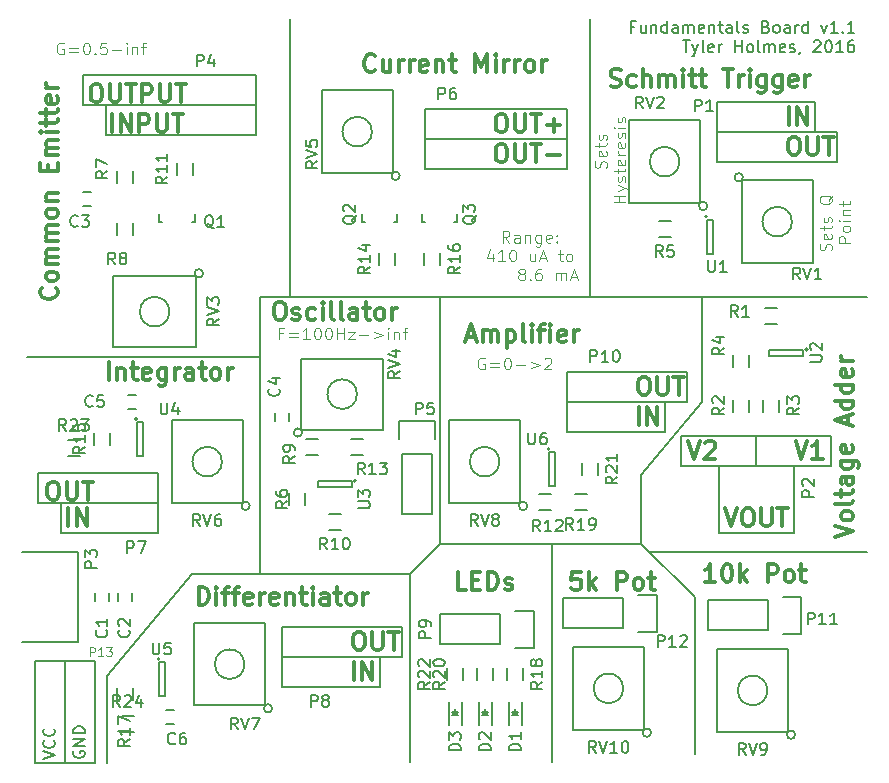
<source format=gbr>
G04 #@! TF.FileFunction,Legend,Top*
%FSLAX46Y46*%
G04 Gerber Fmt 4.6, Leading zero omitted, Abs format (unit mm)*
G04 Created by KiCad (PCBNEW 4.0.4-stable) date Monday, December 19, 2016 'PMt' 09:27:41 PM*
%MOMM*%
%LPD*%
G01*
G04 APERTURE LIST*
%ADD10C,0.100000*%
%ADD11C,0.150000*%
%ADD12C,0.200000*%
%ADD13C,0.300000*%
G04 APERTURE END LIST*
D10*
D11*
X133336474Y-81907571D02*
X133003140Y-81907571D01*
X133003140Y-82431381D02*
X133003140Y-81431381D01*
X133479331Y-81431381D01*
X134288855Y-81764714D02*
X134288855Y-82431381D01*
X133860283Y-81764714D02*
X133860283Y-82288524D01*
X133907902Y-82383762D01*
X134003140Y-82431381D01*
X134145998Y-82431381D01*
X134241236Y-82383762D01*
X134288855Y-82336143D01*
X134765045Y-81764714D02*
X134765045Y-82431381D01*
X134765045Y-81859952D02*
X134812664Y-81812333D01*
X134907902Y-81764714D01*
X135050760Y-81764714D01*
X135145998Y-81812333D01*
X135193617Y-81907571D01*
X135193617Y-82431381D01*
X136098379Y-82431381D02*
X136098379Y-81431381D01*
X136098379Y-82383762D02*
X136003141Y-82431381D01*
X135812664Y-82431381D01*
X135717426Y-82383762D01*
X135669807Y-82336143D01*
X135622188Y-82240905D01*
X135622188Y-81955190D01*
X135669807Y-81859952D01*
X135717426Y-81812333D01*
X135812664Y-81764714D01*
X136003141Y-81764714D01*
X136098379Y-81812333D01*
X137003141Y-82431381D02*
X137003141Y-81907571D01*
X136955522Y-81812333D01*
X136860284Y-81764714D01*
X136669807Y-81764714D01*
X136574569Y-81812333D01*
X137003141Y-82383762D02*
X136907903Y-82431381D01*
X136669807Y-82431381D01*
X136574569Y-82383762D01*
X136526950Y-82288524D01*
X136526950Y-82193286D01*
X136574569Y-82098048D01*
X136669807Y-82050429D01*
X136907903Y-82050429D01*
X137003141Y-82002810D01*
X137479331Y-82431381D02*
X137479331Y-81764714D01*
X137479331Y-81859952D02*
X137526950Y-81812333D01*
X137622188Y-81764714D01*
X137765046Y-81764714D01*
X137860284Y-81812333D01*
X137907903Y-81907571D01*
X137907903Y-82431381D01*
X137907903Y-81907571D02*
X137955522Y-81812333D01*
X138050760Y-81764714D01*
X138193617Y-81764714D01*
X138288855Y-81812333D01*
X138336474Y-81907571D01*
X138336474Y-82431381D01*
X139193617Y-82383762D02*
X139098379Y-82431381D01*
X138907902Y-82431381D01*
X138812664Y-82383762D01*
X138765045Y-82288524D01*
X138765045Y-81907571D01*
X138812664Y-81812333D01*
X138907902Y-81764714D01*
X139098379Y-81764714D01*
X139193617Y-81812333D01*
X139241236Y-81907571D01*
X139241236Y-82002810D01*
X138765045Y-82098048D01*
X139669807Y-81764714D02*
X139669807Y-82431381D01*
X139669807Y-81859952D02*
X139717426Y-81812333D01*
X139812664Y-81764714D01*
X139955522Y-81764714D01*
X140050760Y-81812333D01*
X140098379Y-81907571D01*
X140098379Y-82431381D01*
X140431712Y-81764714D02*
X140812664Y-81764714D01*
X140574569Y-81431381D02*
X140574569Y-82288524D01*
X140622188Y-82383762D01*
X140717426Y-82431381D01*
X140812664Y-82431381D01*
X141574570Y-82431381D02*
X141574570Y-81907571D01*
X141526951Y-81812333D01*
X141431713Y-81764714D01*
X141241236Y-81764714D01*
X141145998Y-81812333D01*
X141574570Y-82383762D02*
X141479332Y-82431381D01*
X141241236Y-82431381D01*
X141145998Y-82383762D01*
X141098379Y-82288524D01*
X141098379Y-82193286D01*
X141145998Y-82098048D01*
X141241236Y-82050429D01*
X141479332Y-82050429D01*
X141574570Y-82002810D01*
X142193617Y-82431381D02*
X142098379Y-82383762D01*
X142050760Y-82288524D01*
X142050760Y-81431381D01*
X142526951Y-82383762D02*
X142622189Y-82431381D01*
X142812665Y-82431381D01*
X142907904Y-82383762D01*
X142955523Y-82288524D01*
X142955523Y-82240905D01*
X142907904Y-82145667D01*
X142812665Y-82098048D01*
X142669808Y-82098048D01*
X142574570Y-82050429D01*
X142526951Y-81955190D01*
X142526951Y-81907571D01*
X142574570Y-81812333D01*
X142669808Y-81764714D01*
X142812665Y-81764714D01*
X142907904Y-81812333D01*
X144479333Y-81907571D02*
X144622190Y-81955190D01*
X144669809Y-82002810D01*
X144717428Y-82098048D01*
X144717428Y-82240905D01*
X144669809Y-82336143D01*
X144622190Y-82383762D01*
X144526952Y-82431381D01*
X144145999Y-82431381D01*
X144145999Y-81431381D01*
X144479333Y-81431381D01*
X144574571Y-81479000D01*
X144622190Y-81526619D01*
X144669809Y-81621857D01*
X144669809Y-81717095D01*
X144622190Y-81812333D01*
X144574571Y-81859952D01*
X144479333Y-81907571D01*
X144145999Y-81907571D01*
X145288856Y-82431381D02*
X145193618Y-82383762D01*
X145145999Y-82336143D01*
X145098380Y-82240905D01*
X145098380Y-81955190D01*
X145145999Y-81859952D01*
X145193618Y-81812333D01*
X145288856Y-81764714D01*
X145431714Y-81764714D01*
X145526952Y-81812333D01*
X145574571Y-81859952D01*
X145622190Y-81955190D01*
X145622190Y-82240905D01*
X145574571Y-82336143D01*
X145526952Y-82383762D01*
X145431714Y-82431381D01*
X145288856Y-82431381D01*
X146479333Y-82431381D02*
X146479333Y-81907571D01*
X146431714Y-81812333D01*
X146336476Y-81764714D01*
X146145999Y-81764714D01*
X146050761Y-81812333D01*
X146479333Y-82383762D02*
X146384095Y-82431381D01*
X146145999Y-82431381D01*
X146050761Y-82383762D01*
X146003142Y-82288524D01*
X146003142Y-82193286D01*
X146050761Y-82098048D01*
X146145999Y-82050429D01*
X146384095Y-82050429D01*
X146479333Y-82002810D01*
X146955523Y-82431381D02*
X146955523Y-81764714D01*
X146955523Y-81955190D02*
X147003142Y-81859952D01*
X147050761Y-81812333D01*
X147145999Y-81764714D01*
X147241238Y-81764714D01*
X148003143Y-82431381D02*
X148003143Y-81431381D01*
X148003143Y-82383762D02*
X147907905Y-82431381D01*
X147717428Y-82431381D01*
X147622190Y-82383762D01*
X147574571Y-82336143D01*
X147526952Y-82240905D01*
X147526952Y-81955190D01*
X147574571Y-81859952D01*
X147622190Y-81812333D01*
X147717428Y-81764714D01*
X147907905Y-81764714D01*
X148003143Y-81812333D01*
X149146000Y-81764714D02*
X149384095Y-82431381D01*
X149622191Y-81764714D01*
X150526953Y-82431381D02*
X149955524Y-82431381D01*
X150241238Y-82431381D02*
X150241238Y-81431381D01*
X150146000Y-81574238D01*
X150050762Y-81669476D01*
X149955524Y-81717095D01*
X150955524Y-82336143D02*
X151003143Y-82383762D01*
X150955524Y-82431381D01*
X150907905Y-82383762D01*
X150955524Y-82336143D01*
X150955524Y-82431381D01*
X151955524Y-82431381D02*
X151384095Y-82431381D01*
X151669809Y-82431381D02*
X151669809Y-81431381D01*
X151574571Y-81574238D01*
X151479333Y-81669476D01*
X151384095Y-81717095D01*
X137431712Y-83081381D02*
X138003141Y-83081381D01*
X137717426Y-84081381D02*
X137717426Y-83081381D01*
X138241236Y-83414714D02*
X138479331Y-84081381D01*
X138717427Y-83414714D02*
X138479331Y-84081381D01*
X138384093Y-84319476D01*
X138336474Y-84367095D01*
X138241236Y-84414714D01*
X139241236Y-84081381D02*
X139145998Y-84033762D01*
X139098379Y-83938524D01*
X139098379Y-83081381D01*
X140003142Y-84033762D02*
X139907904Y-84081381D01*
X139717427Y-84081381D01*
X139622189Y-84033762D01*
X139574570Y-83938524D01*
X139574570Y-83557571D01*
X139622189Y-83462333D01*
X139717427Y-83414714D01*
X139907904Y-83414714D01*
X140003142Y-83462333D01*
X140050761Y-83557571D01*
X140050761Y-83652810D01*
X139574570Y-83748048D01*
X140479332Y-84081381D02*
X140479332Y-83414714D01*
X140479332Y-83605190D02*
X140526951Y-83509952D01*
X140574570Y-83462333D01*
X140669808Y-83414714D01*
X140765047Y-83414714D01*
X141860285Y-84081381D02*
X141860285Y-83081381D01*
X141860285Y-83557571D02*
X142431714Y-83557571D01*
X142431714Y-84081381D02*
X142431714Y-83081381D01*
X143050761Y-84081381D02*
X142955523Y-84033762D01*
X142907904Y-83986143D01*
X142860285Y-83890905D01*
X142860285Y-83605190D01*
X142907904Y-83509952D01*
X142955523Y-83462333D01*
X143050761Y-83414714D01*
X143193619Y-83414714D01*
X143288857Y-83462333D01*
X143336476Y-83509952D01*
X143384095Y-83605190D01*
X143384095Y-83890905D01*
X143336476Y-83986143D01*
X143288857Y-84033762D01*
X143193619Y-84081381D01*
X143050761Y-84081381D01*
X143955523Y-84081381D02*
X143860285Y-84033762D01*
X143812666Y-83938524D01*
X143812666Y-83081381D01*
X144336476Y-84081381D02*
X144336476Y-83414714D01*
X144336476Y-83509952D02*
X144384095Y-83462333D01*
X144479333Y-83414714D01*
X144622191Y-83414714D01*
X144717429Y-83462333D01*
X144765048Y-83557571D01*
X144765048Y-84081381D01*
X144765048Y-83557571D02*
X144812667Y-83462333D01*
X144907905Y-83414714D01*
X145050762Y-83414714D01*
X145146000Y-83462333D01*
X145193619Y-83557571D01*
X145193619Y-84081381D01*
X146050762Y-84033762D02*
X145955524Y-84081381D01*
X145765047Y-84081381D01*
X145669809Y-84033762D01*
X145622190Y-83938524D01*
X145622190Y-83557571D01*
X145669809Y-83462333D01*
X145765047Y-83414714D01*
X145955524Y-83414714D01*
X146050762Y-83462333D01*
X146098381Y-83557571D01*
X146098381Y-83652810D01*
X145622190Y-83748048D01*
X146479333Y-84033762D02*
X146574571Y-84081381D01*
X146765047Y-84081381D01*
X146860286Y-84033762D01*
X146907905Y-83938524D01*
X146907905Y-83890905D01*
X146860286Y-83795667D01*
X146765047Y-83748048D01*
X146622190Y-83748048D01*
X146526952Y-83700429D01*
X146479333Y-83605190D01*
X146479333Y-83557571D01*
X146526952Y-83462333D01*
X146622190Y-83414714D01*
X146765047Y-83414714D01*
X146860286Y-83462333D01*
X147384095Y-84033762D02*
X147384095Y-84081381D01*
X147336476Y-84176619D01*
X147288857Y-84224238D01*
X148526952Y-83176619D02*
X148574571Y-83129000D01*
X148669809Y-83081381D01*
X148907905Y-83081381D01*
X149003143Y-83129000D01*
X149050762Y-83176619D01*
X149098381Y-83271857D01*
X149098381Y-83367095D01*
X149050762Y-83509952D01*
X148479333Y-84081381D01*
X149098381Y-84081381D01*
X149717428Y-83081381D02*
X149812667Y-83081381D01*
X149907905Y-83129000D01*
X149955524Y-83176619D01*
X150003143Y-83271857D01*
X150050762Y-83462333D01*
X150050762Y-83700429D01*
X150003143Y-83890905D01*
X149955524Y-83986143D01*
X149907905Y-84033762D01*
X149812667Y-84081381D01*
X149717428Y-84081381D01*
X149622190Y-84033762D01*
X149574571Y-83986143D01*
X149526952Y-83890905D01*
X149479333Y-83700429D01*
X149479333Y-83462333D01*
X149526952Y-83271857D01*
X149574571Y-83176619D01*
X149622190Y-83129000D01*
X149717428Y-83081381D01*
X151003143Y-84081381D02*
X150431714Y-84081381D01*
X150717428Y-84081381D02*
X150717428Y-83081381D01*
X150622190Y-83224238D01*
X150526952Y-83319476D01*
X150431714Y-83367095D01*
X151860286Y-83081381D02*
X151669809Y-83081381D01*
X151574571Y-83129000D01*
X151526952Y-83176619D01*
X151431714Y-83319476D01*
X151384095Y-83509952D01*
X151384095Y-83890905D01*
X151431714Y-83986143D01*
X151479333Y-84033762D01*
X151574571Y-84081381D01*
X151765048Y-84081381D01*
X151860286Y-84033762D01*
X151907905Y-83986143D01*
X151955524Y-83890905D01*
X151955524Y-83652810D01*
X151907905Y-83557571D01*
X151860286Y-83509952D01*
X151765048Y-83462333D01*
X151574571Y-83462333D01*
X151479333Y-83509952D01*
X151431714Y-83557571D01*
X151384095Y-83652810D01*
D12*
X82550000Y-144272000D02*
X85090000Y-144272000D01*
X82550000Y-135636000D02*
X82550000Y-144272000D01*
X85090000Y-135636000D02*
X82550000Y-135636000D01*
X87630000Y-135636000D02*
X85090000Y-135636000D01*
X87630000Y-144272000D02*
X87630000Y-135636000D01*
X87376000Y-144272000D02*
X87630000Y-144272000D01*
X85090000Y-144272000D02*
X87376000Y-144272000D01*
X85090000Y-135636000D02*
X85090000Y-144272000D01*
D11*
X85860000Y-143256095D02*
X85812381Y-143351333D01*
X85812381Y-143494190D01*
X85860000Y-143637048D01*
X85955238Y-143732286D01*
X86050476Y-143779905D01*
X86240952Y-143827524D01*
X86383810Y-143827524D01*
X86574286Y-143779905D01*
X86669524Y-143732286D01*
X86764762Y-143637048D01*
X86812381Y-143494190D01*
X86812381Y-143398952D01*
X86764762Y-143256095D01*
X86717143Y-143208476D01*
X86383810Y-143208476D01*
X86383810Y-143398952D01*
X86812381Y-142779905D02*
X85812381Y-142779905D01*
X86812381Y-142208476D01*
X85812381Y-142208476D01*
X86812381Y-141732286D02*
X85812381Y-141732286D01*
X85812381Y-141494191D01*
X85860000Y-141351333D01*
X85955238Y-141256095D01*
X86050476Y-141208476D01*
X86240952Y-141160857D01*
X86383810Y-141160857D01*
X86574286Y-141208476D01*
X86669524Y-141256095D01*
X86764762Y-141351333D01*
X86812381Y-141494191D01*
X86812381Y-141732286D01*
X83272381Y-143922762D02*
X84272381Y-143589429D01*
X83272381Y-143256095D01*
X84177143Y-142351333D02*
X84224762Y-142398952D01*
X84272381Y-142541809D01*
X84272381Y-142637047D01*
X84224762Y-142779905D01*
X84129524Y-142875143D01*
X84034286Y-142922762D01*
X83843810Y-142970381D01*
X83700952Y-142970381D01*
X83510476Y-142922762D01*
X83415238Y-142875143D01*
X83320000Y-142779905D01*
X83272381Y-142637047D01*
X83272381Y-142541809D01*
X83320000Y-142398952D01*
X83367619Y-142351333D01*
X84177143Y-141351333D02*
X84224762Y-141398952D01*
X84272381Y-141541809D01*
X84272381Y-141637047D01*
X84224762Y-141779905D01*
X84129524Y-141875143D01*
X84034286Y-141922762D01*
X83843810Y-141970381D01*
X83700952Y-141970381D01*
X83510476Y-141922762D01*
X83415238Y-141875143D01*
X83320000Y-141779905D01*
X83272381Y-141637047D01*
X83272381Y-141541809D01*
X83320000Y-141398952D01*
X83367619Y-141351333D01*
D12*
X88646000Y-136906000D02*
X88646000Y-144272000D01*
X133858000Y-119888000D02*
X133858000Y-125730000D01*
D10*
X130922762Y-93860857D02*
X130970381Y-93718000D01*
X130970381Y-93479904D01*
X130922762Y-93384666D01*
X130875143Y-93337047D01*
X130779905Y-93289428D01*
X130684667Y-93289428D01*
X130589429Y-93337047D01*
X130541810Y-93384666D01*
X130494190Y-93479904D01*
X130446571Y-93670381D01*
X130398952Y-93765619D01*
X130351333Y-93813238D01*
X130256095Y-93860857D01*
X130160857Y-93860857D01*
X130065619Y-93813238D01*
X130018000Y-93765619D01*
X129970381Y-93670381D01*
X129970381Y-93432285D01*
X130018000Y-93289428D01*
X130922762Y-92479904D02*
X130970381Y-92575142D01*
X130970381Y-92765619D01*
X130922762Y-92860857D01*
X130827524Y-92908476D01*
X130446571Y-92908476D01*
X130351333Y-92860857D01*
X130303714Y-92765619D01*
X130303714Y-92575142D01*
X130351333Y-92479904D01*
X130446571Y-92432285D01*
X130541810Y-92432285D01*
X130637048Y-92908476D01*
X130303714Y-92146571D02*
X130303714Y-91765619D01*
X129970381Y-92003714D02*
X130827524Y-92003714D01*
X130922762Y-91956095D01*
X130970381Y-91860857D01*
X130970381Y-91765619D01*
X130922762Y-91479904D02*
X130970381Y-91384666D01*
X130970381Y-91194190D01*
X130922762Y-91098951D01*
X130827524Y-91051332D01*
X130779905Y-91051332D01*
X130684667Y-91098951D01*
X130637048Y-91194190D01*
X130637048Y-91337047D01*
X130589429Y-91432285D01*
X130494190Y-91479904D01*
X130446571Y-91479904D01*
X130351333Y-91432285D01*
X130303714Y-91337047D01*
X130303714Y-91194190D01*
X130351333Y-91098951D01*
X132570381Y-96789429D02*
X131570381Y-96789429D01*
X132046571Y-96789429D02*
X132046571Y-96218000D01*
X132570381Y-96218000D02*
X131570381Y-96218000D01*
X131903714Y-95837048D02*
X132570381Y-95598953D01*
X131903714Y-95360857D02*
X132570381Y-95598953D01*
X132808476Y-95694191D01*
X132856095Y-95741810D01*
X132903714Y-95837048D01*
X132522762Y-95027524D02*
X132570381Y-94932286D01*
X132570381Y-94741810D01*
X132522762Y-94646571D01*
X132427524Y-94598952D01*
X132379905Y-94598952D01*
X132284667Y-94646571D01*
X132237048Y-94741810D01*
X132237048Y-94884667D01*
X132189429Y-94979905D01*
X132094190Y-95027524D01*
X132046571Y-95027524D01*
X131951333Y-94979905D01*
X131903714Y-94884667D01*
X131903714Y-94741810D01*
X131951333Y-94646571D01*
X131903714Y-94313238D02*
X131903714Y-93932286D01*
X131570381Y-94170381D02*
X132427524Y-94170381D01*
X132522762Y-94122762D01*
X132570381Y-94027524D01*
X132570381Y-93932286D01*
X132522762Y-93217999D02*
X132570381Y-93313237D01*
X132570381Y-93503714D01*
X132522762Y-93598952D01*
X132427524Y-93646571D01*
X132046571Y-93646571D01*
X131951333Y-93598952D01*
X131903714Y-93503714D01*
X131903714Y-93313237D01*
X131951333Y-93217999D01*
X132046571Y-93170380D01*
X132141810Y-93170380D01*
X132237048Y-93646571D01*
X132570381Y-92741809D02*
X131903714Y-92741809D01*
X132094190Y-92741809D02*
X131998952Y-92694190D01*
X131951333Y-92646571D01*
X131903714Y-92551333D01*
X131903714Y-92456094D01*
X132522762Y-91741808D02*
X132570381Y-91837046D01*
X132570381Y-92027523D01*
X132522762Y-92122761D01*
X132427524Y-92170380D01*
X132046571Y-92170380D01*
X131951333Y-92122761D01*
X131903714Y-92027523D01*
X131903714Y-91837046D01*
X131951333Y-91741808D01*
X132046571Y-91694189D01*
X132141810Y-91694189D01*
X132237048Y-92170380D01*
X132522762Y-91313237D02*
X132570381Y-91217999D01*
X132570381Y-91027523D01*
X132522762Y-90932284D01*
X132427524Y-90884665D01*
X132379905Y-90884665D01*
X132284667Y-90932284D01*
X132237048Y-91027523D01*
X132237048Y-91170380D01*
X132189429Y-91265618D01*
X132094190Y-91313237D01*
X132046571Y-91313237D01*
X131951333Y-91265618D01*
X131903714Y-91170380D01*
X131903714Y-91027523D01*
X131951333Y-90932284D01*
X132570381Y-90456094D02*
X131903714Y-90456094D01*
X131570381Y-90456094D02*
X131618000Y-90503713D01*
X131665619Y-90456094D01*
X131618000Y-90408475D01*
X131570381Y-90456094D01*
X131665619Y-90456094D01*
X132522762Y-90027523D02*
X132570381Y-89932285D01*
X132570381Y-89741809D01*
X132522762Y-89646570D01*
X132427524Y-89598951D01*
X132379905Y-89598951D01*
X132284667Y-89646570D01*
X132237048Y-89741809D01*
X132237048Y-89884666D01*
X132189429Y-89979904D01*
X132094190Y-90027523D01*
X132046571Y-90027523D01*
X131951333Y-89979904D01*
X131903714Y-89884666D01*
X131903714Y-89741809D01*
X131951333Y-89646570D01*
X149972762Y-100861524D02*
X150020381Y-100718667D01*
X150020381Y-100480571D01*
X149972762Y-100385333D01*
X149925143Y-100337714D01*
X149829905Y-100290095D01*
X149734667Y-100290095D01*
X149639429Y-100337714D01*
X149591810Y-100385333D01*
X149544190Y-100480571D01*
X149496571Y-100671048D01*
X149448952Y-100766286D01*
X149401333Y-100813905D01*
X149306095Y-100861524D01*
X149210857Y-100861524D01*
X149115619Y-100813905D01*
X149068000Y-100766286D01*
X149020381Y-100671048D01*
X149020381Y-100432952D01*
X149068000Y-100290095D01*
X149972762Y-99480571D02*
X150020381Y-99575809D01*
X150020381Y-99766286D01*
X149972762Y-99861524D01*
X149877524Y-99909143D01*
X149496571Y-99909143D01*
X149401333Y-99861524D01*
X149353714Y-99766286D01*
X149353714Y-99575809D01*
X149401333Y-99480571D01*
X149496571Y-99432952D01*
X149591810Y-99432952D01*
X149687048Y-99909143D01*
X149353714Y-99147238D02*
X149353714Y-98766286D01*
X149020381Y-99004381D02*
X149877524Y-99004381D01*
X149972762Y-98956762D01*
X150020381Y-98861524D01*
X150020381Y-98766286D01*
X149972762Y-98480571D02*
X150020381Y-98385333D01*
X150020381Y-98194857D01*
X149972762Y-98099618D01*
X149877524Y-98051999D01*
X149829905Y-98051999D01*
X149734667Y-98099618D01*
X149687048Y-98194857D01*
X149687048Y-98337714D01*
X149639429Y-98432952D01*
X149544190Y-98480571D01*
X149496571Y-98480571D01*
X149401333Y-98432952D01*
X149353714Y-98337714D01*
X149353714Y-98194857D01*
X149401333Y-98099618D01*
X150115619Y-96194856D02*
X150068000Y-96290094D01*
X149972762Y-96385332D01*
X149829905Y-96528189D01*
X149782286Y-96623428D01*
X149782286Y-96718666D01*
X150020381Y-96671047D02*
X149972762Y-96766285D01*
X149877524Y-96861523D01*
X149687048Y-96909142D01*
X149353714Y-96909142D01*
X149163238Y-96861523D01*
X149068000Y-96766285D01*
X149020381Y-96671047D01*
X149020381Y-96480570D01*
X149068000Y-96385332D01*
X149163238Y-96290094D01*
X149353714Y-96242475D01*
X149687048Y-96242475D01*
X149877524Y-96290094D01*
X149972762Y-96385332D01*
X150020381Y-96480570D01*
X150020381Y-96671047D01*
X151620381Y-100242476D02*
X150620381Y-100242476D01*
X150620381Y-99861523D01*
X150668000Y-99766285D01*
X150715619Y-99718666D01*
X150810857Y-99671047D01*
X150953714Y-99671047D01*
X151048952Y-99718666D01*
X151096571Y-99766285D01*
X151144190Y-99861523D01*
X151144190Y-100242476D01*
X151620381Y-99099619D02*
X151572762Y-99194857D01*
X151525143Y-99242476D01*
X151429905Y-99290095D01*
X151144190Y-99290095D01*
X151048952Y-99242476D01*
X151001333Y-99194857D01*
X150953714Y-99099619D01*
X150953714Y-98956761D01*
X151001333Y-98861523D01*
X151048952Y-98813904D01*
X151144190Y-98766285D01*
X151429905Y-98766285D01*
X151525143Y-98813904D01*
X151572762Y-98861523D01*
X151620381Y-98956761D01*
X151620381Y-99099619D01*
X151620381Y-98337714D02*
X150953714Y-98337714D01*
X150620381Y-98337714D02*
X150668000Y-98385333D01*
X150715619Y-98337714D01*
X150668000Y-98290095D01*
X150620381Y-98337714D01*
X150715619Y-98337714D01*
X150953714Y-97861524D02*
X151620381Y-97861524D01*
X151048952Y-97861524D02*
X151001333Y-97813905D01*
X150953714Y-97718667D01*
X150953714Y-97575809D01*
X151001333Y-97480571D01*
X151096571Y-97432952D01*
X151620381Y-97432952D01*
X150953714Y-97099619D02*
X150953714Y-96718667D01*
X150620381Y-96956762D02*
X151477524Y-96956762D01*
X151572762Y-96909143D01*
X151620381Y-96813905D01*
X151620381Y-96718667D01*
X122745715Y-100198381D02*
X122412381Y-99722190D01*
X122174286Y-100198381D02*
X122174286Y-99198381D01*
X122555239Y-99198381D01*
X122650477Y-99246000D01*
X122698096Y-99293619D01*
X122745715Y-99388857D01*
X122745715Y-99531714D01*
X122698096Y-99626952D01*
X122650477Y-99674571D01*
X122555239Y-99722190D01*
X122174286Y-99722190D01*
X123602858Y-100198381D02*
X123602858Y-99674571D01*
X123555239Y-99579333D01*
X123460001Y-99531714D01*
X123269524Y-99531714D01*
X123174286Y-99579333D01*
X123602858Y-100150762D02*
X123507620Y-100198381D01*
X123269524Y-100198381D01*
X123174286Y-100150762D01*
X123126667Y-100055524D01*
X123126667Y-99960286D01*
X123174286Y-99865048D01*
X123269524Y-99817429D01*
X123507620Y-99817429D01*
X123602858Y-99769810D01*
X124079048Y-99531714D02*
X124079048Y-100198381D01*
X124079048Y-99626952D02*
X124126667Y-99579333D01*
X124221905Y-99531714D01*
X124364763Y-99531714D01*
X124460001Y-99579333D01*
X124507620Y-99674571D01*
X124507620Y-100198381D01*
X125412382Y-99531714D02*
X125412382Y-100341238D01*
X125364763Y-100436476D01*
X125317144Y-100484095D01*
X125221905Y-100531714D01*
X125079048Y-100531714D01*
X124983810Y-100484095D01*
X125412382Y-100150762D02*
X125317144Y-100198381D01*
X125126667Y-100198381D01*
X125031429Y-100150762D01*
X124983810Y-100103143D01*
X124936191Y-100007905D01*
X124936191Y-99722190D01*
X124983810Y-99626952D01*
X125031429Y-99579333D01*
X125126667Y-99531714D01*
X125317144Y-99531714D01*
X125412382Y-99579333D01*
X126269525Y-100150762D02*
X126174287Y-100198381D01*
X125983810Y-100198381D01*
X125888572Y-100150762D01*
X125840953Y-100055524D01*
X125840953Y-99674571D01*
X125888572Y-99579333D01*
X125983810Y-99531714D01*
X126174287Y-99531714D01*
X126269525Y-99579333D01*
X126317144Y-99674571D01*
X126317144Y-99769810D01*
X125840953Y-99865048D01*
X126745715Y-100103143D02*
X126793334Y-100150762D01*
X126745715Y-100198381D01*
X126698096Y-100150762D01*
X126745715Y-100103143D01*
X126745715Y-100198381D01*
X126745715Y-99579333D02*
X126793334Y-99626952D01*
X126745715Y-99674571D01*
X126698096Y-99626952D01*
X126745715Y-99579333D01*
X126745715Y-99674571D01*
X121317143Y-101131714D02*
X121317143Y-101798381D01*
X121079047Y-100750762D02*
X120840952Y-101465048D01*
X121460000Y-101465048D01*
X122364762Y-101798381D02*
X121793333Y-101798381D01*
X122079047Y-101798381D02*
X122079047Y-100798381D01*
X121983809Y-100941238D01*
X121888571Y-101036476D01*
X121793333Y-101084095D01*
X122983809Y-100798381D02*
X123079048Y-100798381D01*
X123174286Y-100846000D01*
X123221905Y-100893619D01*
X123269524Y-100988857D01*
X123317143Y-101179333D01*
X123317143Y-101417429D01*
X123269524Y-101607905D01*
X123221905Y-101703143D01*
X123174286Y-101750762D01*
X123079048Y-101798381D01*
X122983809Y-101798381D01*
X122888571Y-101750762D01*
X122840952Y-101703143D01*
X122793333Y-101607905D01*
X122745714Y-101417429D01*
X122745714Y-101179333D01*
X122793333Y-100988857D01*
X122840952Y-100893619D01*
X122888571Y-100846000D01*
X122983809Y-100798381D01*
X124936191Y-101131714D02*
X124936191Y-101798381D01*
X124507619Y-101131714D02*
X124507619Y-101655524D01*
X124555238Y-101750762D01*
X124650476Y-101798381D01*
X124793334Y-101798381D01*
X124888572Y-101750762D01*
X124936191Y-101703143D01*
X125364762Y-101512667D02*
X125840953Y-101512667D01*
X125269524Y-101798381D02*
X125602857Y-100798381D01*
X125936191Y-101798381D01*
X126888572Y-101131714D02*
X127269524Y-101131714D01*
X127031429Y-100798381D02*
X127031429Y-101655524D01*
X127079048Y-101750762D01*
X127174286Y-101798381D01*
X127269524Y-101798381D01*
X127745715Y-101798381D02*
X127650477Y-101750762D01*
X127602858Y-101703143D01*
X127555239Y-101607905D01*
X127555239Y-101322190D01*
X127602858Y-101226952D01*
X127650477Y-101179333D01*
X127745715Y-101131714D01*
X127888573Y-101131714D01*
X127983811Y-101179333D01*
X128031430Y-101226952D01*
X128079049Y-101322190D01*
X128079049Y-101607905D01*
X128031430Y-101703143D01*
X127983811Y-101750762D01*
X127888573Y-101798381D01*
X127745715Y-101798381D01*
X123698096Y-102826952D02*
X123602858Y-102779333D01*
X123555239Y-102731714D01*
X123507620Y-102636476D01*
X123507620Y-102588857D01*
X123555239Y-102493619D01*
X123602858Y-102446000D01*
X123698096Y-102398381D01*
X123888573Y-102398381D01*
X123983811Y-102446000D01*
X124031430Y-102493619D01*
X124079049Y-102588857D01*
X124079049Y-102636476D01*
X124031430Y-102731714D01*
X123983811Y-102779333D01*
X123888573Y-102826952D01*
X123698096Y-102826952D01*
X123602858Y-102874571D01*
X123555239Y-102922190D01*
X123507620Y-103017429D01*
X123507620Y-103207905D01*
X123555239Y-103303143D01*
X123602858Y-103350762D01*
X123698096Y-103398381D01*
X123888573Y-103398381D01*
X123983811Y-103350762D01*
X124031430Y-103303143D01*
X124079049Y-103207905D01*
X124079049Y-103017429D01*
X124031430Y-102922190D01*
X123983811Y-102874571D01*
X123888573Y-102826952D01*
X124507620Y-103303143D02*
X124555239Y-103350762D01*
X124507620Y-103398381D01*
X124460001Y-103350762D01*
X124507620Y-103303143D01*
X124507620Y-103398381D01*
X125412382Y-102398381D02*
X125221905Y-102398381D01*
X125126667Y-102446000D01*
X125079048Y-102493619D01*
X124983810Y-102636476D01*
X124936191Y-102826952D01*
X124936191Y-103207905D01*
X124983810Y-103303143D01*
X125031429Y-103350762D01*
X125126667Y-103398381D01*
X125317144Y-103398381D01*
X125412382Y-103350762D01*
X125460001Y-103303143D01*
X125507620Y-103207905D01*
X125507620Y-102969810D01*
X125460001Y-102874571D01*
X125412382Y-102826952D01*
X125317144Y-102779333D01*
X125126667Y-102779333D01*
X125031429Y-102826952D01*
X124983810Y-102874571D01*
X124936191Y-102969810D01*
X126698096Y-103398381D02*
X126698096Y-102731714D01*
X126698096Y-102826952D02*
X126745715Y-102779333D01*
X126840953Y-102731714D01*
X126983811Y-102731714D01*
X127079049Y-102779333D01*
X127126668Y-102874571D01*
X127126668Y-103398381D01*
X127126668Y-102874571D02*
X127174287Y-102779333D01*
X127269525Y-102731714D01*
X127412382Y-102731714D01*
X127507620Y-102779333D01*
X127555239Y-102874571D01*
X127555239Y-103398381D01*
X127983810Y-103112667D02*
X128460001Y-103112667D01*
X127888572Y-103398381D02*
X128221905Y-102398381D01*
X128555239Y-103398381D01*
X84995144Y-83320000D02*
X84899906Y-83272381D01*
X84757049Y-83272381D01*
X84614191Y-83320000D01*
X84518953Y-83415238D01*
X84471334Y-83510476D01*
X84423715Y-83700952D01*
X84423715Y-83843810D01*
X84471334Y-84034286D01*
X84518953Y-84129524D01*
X84614191Y-84224762D01*
X84757049Y-84272381D01*
X84852287Y-84272381D01*
X84995144Y-84224762D01*
X85042763Y-84177143D01*
X85042763Y-83843810D01*
X84852287Y-83843810D01*
X85471334Y-83748571D02*
X86233239Y-83748571D01*
X86233239Y-84034286D02*
X85471334Y-84034286D01*
X86899905Y-83272381D02*
X86995144Y-83272381D01*
X87090382Y-83320000D01*
X87138001Y-83367619D01*
X87185620Y-83462857D01*
X87233239Y-83653333D01*
X87233239Y-83891429D01*
X87185620Y-84081905D01*
X87138001Y-84177143D01*
X87090382Y-84224762D01*
X86995144Y-84272381D01*
X86899905Y-84272381D01*
X86804667Y-84224762D01*
X86757048Y-84177143D01*
X86709429Y-84081905D01*
X86661810Y-83891429D01*
X86661810Y-83653333D01*
X86709429Y-83462857D01*
X86757048Y-83367619D01*
X86804667Y-83320000D01*
X86899905Y-83272381D01*
X87661810Y-84177143D02*
X87709429Y-84224762D01*
X87661810Y-84272381D01*
X87614191Y-84224762D01*
X87661810Y-84177143D01*
X87661810Y-84272381D01*
X88614191Y-83272381D02*
X88138000Y-83272381D01*
X88090381Y-83748571D01*
X88138000Y-83700952D01*
X88233238Y-83653333D01*
X88471334Y-83653333D01*
X88566572Y-83700952D01*
X88614191Y-83748571D01*
X88661810Y-83843810D01*
X88661810Y-84081905D01*
X88614191Y-84177143D01*
X88566572Y-84224762D01*
X88471334Y-84272381D01*
X88233238Y-84272381D01*
X88138000Y-84224762D01*
X88090381Y-84177143D01*
X89090381Y-83891429D02*
X89852286Y-83891429D01*
X90328476Y-84272381D02*
X90328476Y-83605714D01*
X90328476Y-83272381D02*
X90280857Y-83320000D01*
X90328476Y-83367619D01*
X90376095Y-83320000D01*
X90328476Y-83272381D01*
X90328476Y-83367619D01*
X90804666Y-83605714D02*
X90804666Y-84272381D01*
X90804666Y-83700952D02*
X90852285Y-83653333D01*
X90947523Y-83605714D01*
X91090381Y-83605714D01*
X91185619Y-83653333D01*
X91233238Y-83748571D01*
X91233238Y-84272381D01*
X91566571Y-83605714D02*
X91947523Y-83605714D01*
X91709428Y-84272381D02*
X91709428Y-83415238D01*
X91757047Y-83320000D01*
X91852285Y-83272381D01*
X91947523Y-83272381D01*
D12*
X139065000Y-104775000D02*
X153035000Y-104775000D01*
X134620000Y-126365000D02*
X153035000Y-126365000D01*
X138430000Y-130175000D02*
X133858000Y-125730000D01*
X138430000Y-143510000D02*
X138430000Y-130175000D01*
X126365000Y-125730000D02*
X126365000Y-144145000D01*
X129540000Y-104775000D02*
X129540000Y-81280000D01*
X104140000Y-104775000D02*
X104140000Y-81280000D01*
X101600000Y-109855000D02*
X81915000Y-109855000D01*
X101600000Y-104775000D02*
X116840000Y-104775000D01*
X101600000Y-128270000D02*
X101600000Y-104775000D01*
X114300000Y-128270000D02*
X116840000Y-125730000D01*
X139065000Y-104775000D02*
X116840000Y-104775000D01*
X139065000Y-113665000D02*
X139065000Y-104775000D01*
X133858000Y-119888000D02*
X139065000Y-113665000D01*
X116840000Y-125730000D02*
X133858000Y-125730000D01*
X116840000Y-104775000D02*
X116840000Y-125730000D01*
X95885000Y-128270000D02*
X88646000Y-136906000D01*
X114300000Y-128270000D02*
X95885000Y-128270000D01*
X114300000Y-128270000D02*
X114300000Y-144145000D01*
D10*
X103537382Y-107878571D02*
X103204048Y-107878571D01*
X103204048Y-108402381D02*
X103204048Y-107402381D01*
X103680239Y-107402381D01*
X104061191Y-107878571D02*
X104823096Y-107878571D01*
X104823096Y-108164286D02*
X104061191Y-108164286D01*
X105823096Y-108402381D02*
X105251667Y-108402381D01*
X105537381Y-108402381D02*
X105537381Y-107402381D01*
X105442143Y-107545238D01*
X105346905Y-107640476D01*
X105251667Y-107688095D01*
X106442143Y-107402381D02*
X106537382Y-107402381D01*
X106632620Y-107450000D01*
X106680239Y-107497619D01*
X106727858Y-107592857D01*
X106775477Y-107783333D01*
X106775477Y-108021429D01*
X106727858Y-108211905D01*
X106680239Y-108307143D01*
X106632620Y-108354762D01*
X106537382Y-108402381D01*
X106442143Y-108402381D01*
X106346905Y-108354762D01*
X106299286Y-108307143D01*
X106251667Y-108211905D01*
X106204048Y-108021429D01*
X106204048Y-107783333D01*
X106251667Y-107592857D01*
X106299286Y-107497619D01*
X106346905Y-107450000D01*
X106442143Y-107402381D01*
X107394524Y-107402381D02*
X107489763Y-107402381D01*
X107585001Y-107450000D01*
X107632620Y-107497619D01*
X107680239Y-107592857D01*
X107727858Y-107783333D01*
X107727858Y-108021429D01*
X107680239Y-108211905D01*
X107632620Y-108307143D01*
X107585001Y-108354762D01*
X107489763Y-108402381D01*
X107394524Y-108402381D01*
X107299286Y-108354762D01*
X107251667Y-108307143D01*
X107204048Y-108211905D01*
X107156429Y-108021429D01*
X107156429Y-107783333D01*
X107204048Y-107592857D01*
X107251667Y-107497619D01*
X107299286Y-107450000D01*
X107394524Y-107402381D01*
X108156429Y-108402381D02*
X108156429Y-107402381D01*
X108156429Y-107878571D02*
X108727858Y-107878571D01*
X108727858Y-108402381D02*
X108727858Y-107402381D01*
X109108810Y-107735714D02*
X109632620Y-107735714D01*
X109108810Y-108402381D01*
X109632620Y-108402381D01*
X110013572Y-108021429D02*
X110775477Y-108021429D01*
X111251667Y-107735714D02*
X112013572Y-108021429D01*
X111251667Y-108307143D01*
X112489762Y-108402381D02*
X112489762Y-107735714D01*
X112489762Y-107402381D02*
X112442143Y-107450000D01*
X112489762Y-107497619D01*
X112537381Y-107450000D01*
X112489762Y-107402381D01*
X112489762Y-107497619D01*
X112965952Y-107735714D02*
X112965952Y-108402381D01*
X112965952Y-107830952D02*
X113013571Y-107783333D01*
X113108809Y-107735714D01*
X113251667Y-107735714D01*
X113346905Y-107783333D01*
X113394524Y-107878571D01*
X113394524Y-108402381D01*
X113727857Y-107735714D02*
X114108809Y-107735714D01*
X113870714Y-108402381D02*
X113870714Y-107545238D01*
X113918333Y-107450000D01*
X114013571Y-107402381D01*
X114108809Y-107402381D01*
X120642382Y-109990000D02*
X120547144Y-109942381D01*
X120404287Y-109942381D01*
X120261429Y-109990000D01*
X120166191Y-110085238D01*
X120118572Y-110180476D01*
X120070953Y-110370952D01*
X120070953Y-110513810D01*
X120118572Y-110704286D01*
X120166191Y-110799524D01*
X120261429Y-110894762D01*
X120404287Y-110942381D01*
X120499525Y-110942381D01*
X120642382Y-110894762D01*
X120690001Y-110847143D01*
X120690001Y-110513810D01*
X120499525Y-110513810D01*
X121118572Y-110418571D02*
X121880477Y-110418571D01*
X121880477Y-110704286D02*
X121118572Y-110704286D01*
X122547143Y-109942381D02*
X122642382Y-109942381D01*
X122737620Y-109990000D01*
X122785239Y-110037619D01*
X122832858Y-110132857D01*
X122880477Y-110323333D01*
X122880477Y-110561429D01*
X122832858Y-110751905D01*
X122785239Y-110847143D01*
X122737620Y-110894762D01*
X122642382Y-110942381D01*
X122547143Y-110942381D01*
X122451905Y-110894762D01*
X122404286Y-110847143D01*
X122356667Y-110751905D01*
X122309048Y-110561429D01*
X122309048Y-110323333D01*
X122356667Y-110132857D01*
X122404286Y-110037619D01*
X122451905Y-109990000D01*
X122547143Y-109942381D01*
X123309048Y-110561429D02*
X124070953Y-110561429D01*
X124547143Y-110275714D02*
X125309048Y-110561429D01*
X124547143Y-110847143D01*
X125737619Y-110037619D02*
X125785238Y-109990000D01*
X125880476Y-109942381D01*
X126118572Y-109942381D01*
X126213810Y-109990000D01*
X126261429Y-110037619D01*
X126309048Y-110132857D01*
X126309048Y-110228095D01*
X126261429Y-110370952D01*
X125690000Y-110942381D01*
X126309048Y-110942381D01*
D12*
X101282500Y-88582500D02*
X101282500Y-91122500D01*
X103505000Y-132715000D02*
X103505000Y-135255000D01*
X113665000Y-132715000D02*
X103505000Y-132715000D01*
X113665000Y-135255000D02*
X113665000Y-132715000D01*
X111760000Y-135255000D02*
X113665000Y-135255000D01*
X103505000Y-135255000D02*
X103505000Y-137795000D01*
X111760000Y-135255000D02*
X103505000Y-135255000D01*
X111760000Y-137795000D02*
X111760000Y-135255000D01*
X103505000Y-137795000D02*
X111760000Y-137795000D01*
D13*
X109577143Y-137203571D02*
X109577143Y-135703571D01*
X110291429Y-137203571D02*
X110291429Y-135703571D01*
X111148572Y-137203571D01*
X111148572Y-135703571D01*
X109862857Y-133163571D02*
X110148571Y-133163571D01*
X110291429Y-133235000D01*
X110434286Y-133377857D01*
X110505714Y-133663571D01*
X110505714Y-134163571D01*
X110434286Y-134449286D01*
X110291429Y-134592143D01*
X110148571Y-134663571D01*
X109862857Y-134663571D01*
X109720000Y-134592143D01*
X109577143Y-134449286D01*
X109505714Y-134163571D01*
X109505714Y-133663571D01*
X109577143Y-133377857D01*
X109720000Y-133235000D01*
X109862857Y-133163571D01*
X111148572Y-133163571D02*
X111148572Y-134377857D01*
X111220000Y-134520714D01*
X111291429Y-134592143D01*
X111434286Y-134663571D01*
X111720000Y-134663571D01*
X111862858Y-134592143D01*
X111934286Y-134520714D01*
X112005715Y-134377857D01*
X112005715Y-133163571D01*
X112505715Y-133163571D02*
X113362858Y-133163571D01*
X112934287Y-134663571D02*
X112934287Y-133163571D01*
D12*
X140476541Y-124794361D02*
X140476541Y-119079361D01*
X146826541Y-124794361D02*
X140476541Y-124794361D01*
X146826541Y-119079361D02*
X146826541Y-124794361D01*
X150001541Y-116539361D02*
X143651541Y-116539361D01*
X150001541Y-119079361D02*
X150001541Y-116539361D01*
X143651541Y-119079361D02*
X150001541Y-119079361D01*
X143651541Y-116539361D02*
X143651541Y-119079361D01*
X137301541Y-116539361D02*
X143651541Y-116539361D01*
X137301541Y-119079361D02*
X137301541Y-116539361D01*
X143651541Y-119079361D02*
X137301541Y-119079361D01*
D13*
X141008684Y-122702932D02*
X141508684Y-124202932D01*
X142008684Y-122702932D01*
X142794398Y-122702932D02*
X143080112Y-122702932D01*
X143222970Y-122774361D01*
X143365827Y-122917218D01*
X143437255Y-123202932D01*
X143437255Y-123702932D01*
X143365827Y-123988647D01*
X143222970Y-124131504D01*
X143080112Y-124202932D01*
X142794398Y-124202932D01*
X142651541Y-124131504D01*
X142508684Y-123988647D01*
X142437255Y-123702932D01*
X142437255Y-123202932D01*
X142508684Y-122917218D01*
X142651541Y-122774361D01*
X142794398Y-122702932D01*
X144080113Y-122702932D02*
X144080113Y-123917218D01*
X144151541Y-124060075D01*
X144222970Y-124131504D01*
X144365827Y-124202932D01*
X144651541Y-124202932D01*
X144794399Y-124131504D01*
X144865827Y-124060075D01*
X144937256Y-123917218D01*
X144937256Y-122702932D01*
X145437256Y-122702932D02*
X146294399Y-122702932D01*
X145865828Y-124202932D02*
X145865828Y-122702932D01*
X137905113Y-116987932D02*
X138405113Y-118487932D01*
X138905113Y-116987932D01*
X139333684Y-117130790D02*
X139405113Y-117059361D01*
X139547970Y-116987932D01*
X139905113Y-116987932D01*
X140047970Y-117059361D01*
X140119399Y-117130790D01*
X140190827Y-117273647D01*
X140190827Y-117416504D01*
X140119399Y-117630790D01*
X139262256Y-118487932D01*
X140190827Y-118487932D01*
X146969398Y-116987932D02*
X147469398Y-118487932D01*
X147969398Y-116987932D01*
X149255112Y-118487932D02*
X148397969Y-118487932D01*
X148826541Y-118487932D02*
X148826541Y-116987932D01*
X148683684Y-117202218D01*
X148540826Y-117345075D01*
X148397969Y-117416504D01*
D12*
X140335000Y-88265000D02*
X140335000Y-90805000D01*
X148590000Y-88265000D02*
X140335000Y-88265000D01*
X148590000Y-90805000D02*
X148590000Y-88265000D01*
X140335000Y-90805000D02*
X140335000Y-93345000D01*
X150495000Y-90805000D02*
X140335000Y-90805000D01*
X150495000Y-93345000D02*
X150495000Y-90805000D01*
X140335000Y-93345000D02*
X150495000Y-93345000D01*
D13*
X146692857Y-91253571D02*
X146978571Y-91253571D01*
X147121429Y-91325000D01*
X147264286Y-91467857D01*
X147335714Y-91753571D01*
X147335714Y-92253571D01*
X147264286Y-92539286D01*
X147121429Y-92682143D01*
X146978571Y-92753571D01*
X146692857Y-92753571D01*
X146550000Y-92682143D01*
X146407143Y-92539286D01*
X146335714Y-92253571D01*
X146335714Y-91753571D01*
X146407143Y-91467857D01*
X146550000Y-91325000D01*
X146692857Y-91253571D01*
X147978572Y-91253571D02*
X147978572Y-92467857D01*
X148050000Y-92610714D01*
X148121429Y-92682143D01*
X148264286Y-92753571D01*
X148550000Y-92753571D01*
X148692858Y-92682143D01*
X148764286Y-92610714D01*
X148835715Y-92467857D01*
X148835715Y-91253571D01*
X149335715Y-91253571D02*
X150192858Y-91253571D01*
X149764287Y-92753571D02*
X149764287Y-91253571D01*
X146407143Y-90213571D02*
X146407143Y-88713571D01*
X147121429Y-90213571D02*
X147121429Y-88713571D01*
X147978572Y-90213571D01*
X147978572Y-88713571D01*
D12*
X93027500Y-119697500D02*
X93027500Y-122237500D01*
X82867500Y-119697500D02*
X93027500Y-119697500D01*
X82867500Y-122237500D02*
X82867500Y-119697500D01*
X84772500Y-122237500D02*
X82867500Y-122237500D01*
X93027500Y-122237500D02*
X84772500Y-122237500D01*
X93027500Y-124777500D02*
X93027500Y-122237500D01*
X84772500Y-124777500D02*
X93027500Y-124777500D01*
X84772500Y-122237500D02*
X84772500Y-124777500D01*
D13*
X83987142Y-120463571D02*
X84272856Y-120463571D01*
X84415714Y-120535000D01*
X84558571Y-120677857D01*
X84629999Y-120963571D01*
X84629999Y-121463571D01*
X84558571Y-121749286D01*
X84415714Y-121892143D01*
X84272856Y-121963571D01*
X83987142Y-121963571D01*
X83844285Y-121892143D01*
X83701428Y-121749286D01*
X83629999Y-121463571D01*
X83629999Y-120963571D01*
X83701428Y-120677857D01*
X83844285Y-120535000D01*
X83987142Y-120463571D01*
X85272857Y-120463571D02*
X85272857Y-121677857D01*
X85344285Y-121820714D01*
X85415714Y-121892143D01*
X85558571Y-121963571D01*
X85844285Y-121963571D01*
X85987143Y-121892143D01*
X86058571Y-121820714D01*
X86130000Y-121677857D01*
X86130000Y-120463571D01*
X86630000Y-120463571D02*
X87487143Y-120463571D01*
X87058572Y-121963571D02*
X87058572Y-120463571D01*
X85383928Y-124186071D02*
X85383928Y-122686071D01*
X86098214Y-124186071D02*
X86098214Y-122686071D01*
X86955357Y-124186071D01*
X86955357Y-122686071D01*
D12*
X137795000Y-113665000D02*
X135890000Y-113665000D01*
X137795000Y-111125000D02*
X137795000Y-113665000D01*
X127635000Y-111125000D02*
X137795000Y-111125000D01*
X127635000Y-113665000D02*
X127635000Y-111125000D01*
X135890000Y-113665000D02*
X127635000Y-113665000D01*
X135890000Y-116205000D02*
X135890000Y-113665000D01*
X127635000Y-116205000D02*
X135890000Y-116205000D01*
X127635000Y-113665000D02*
X127635000Y-116205000D01*
D13*
X133707143Y-115613571D02*
X133707143Y-114113571D01*
X134421429Y-115613571D02*
X134421429Y-114113571D01*
X135278572Y-115613571D01*
X135278572Y-114113571D01*
X133992857Y-111573571D02*
X134278571Y-111573571D01*
X134421429Y-111645000D01*
X134564286Y-111787857D01*
X134635714Y-112073571D01*
X134635714Y-112573571D01*
X134564286Y-112859286D01*
X134421429Y-113002143D01*
X134278571Y-113073571D01*
X133992857Y-113073571D01*
X133850000Y-113002143D01*
X133707143Y-112859286D01*
X133635714Y-112573571D01*
X133635714Y-112073571D01*
X133707143Y-111787857D01*
X133850000Y-111645000D01*
X133992857Y-111573571D01*
X135278572Y-111573571D02*
X135278572Y-112787857D01*
X135350000Y-112930714D01*
X135421429Y-113002143D01*
X135564286Y-113073571D01*
X135850000Y-113073571D01*
X135992858Y-113002143D01*
X136064286Y-112930714D01*
X136135715Y-112787857D01*
X136135715Y-111573571D01*
X136635715Y-111573571D02*
X137492858Y-111573571D01*
X137064287Y-113073571D02*
X137064287Y-111573571D01*
D12*
X127635000Y-88900000D02*
X127635000Y-91440000D01*
X115570000Y-88900000D02*
X127635000Y-88900000D01*
X115570000Y-91440000D02*
X115570000Y-88900000D01*
X115570000Y-93980000D02*
X115570000Y-91440000D01*
X127635000Y-93980000D02*
X115570000Y-93980000D01*
X127635000Y-91440000D02*
X127635000Y-93980000D01*
X115570000Y-91440000D02*
X127635000Y-91440000D01*
X101282500Y-86042500D02*
X101282500Y-88582500D01*
X86677500Y-86042500D02*
X101282500Y-86042500D01*
X86677500Y-88582500D02*
X86677500Y-86042500D01*
X88582500Y-88582500D02*
X86677500Y-88582500D01*
X88582500Y-91122500D02*
X101282500Y-91122500D01*
X88582500Y-88582500D02*
X88582500Y-91122500D01*
X101282500Y-88582500D02*
X88582500Y-88582500D01*
D13*
X121927857Y-89348571D02*
X122213571Y-89348571D01*
X122356429Y-89420000D01*
X122499286Y-89562857D01*
X122570714Y-89848571D01*
X122570714Y-90348571D01*
X122499286Y-90634286D01*
X122356429Y-90777143D01*
X122213571Y-90848571D01*
X121927857Y-90848571D01*
X121785000Y-90777143D01*
X121642143Y-90634286D01*
X121570714Y-90348571D01*
X121570714Y-89848571D01*
X121642143Y-89562857D01*
X121785000Y-89420000D01*
X121927857Y-89348571D01*
X123213572Y-89348571D02*
X123213572Y-90562857D01*
X123285000Y-90705714D01*
X123356429Y-90777143D01*
X123499286Y-90848571D01*
X123785000Y-90848571D01*
X123927858Y-90777143D01*
X123999286Y-90705714D01*
X124070715Y-90562857D01*
X124070715Y-89348571D01*
X124570715Y-89348571D02*
X125427858Y-89348571D01*
X124999287Y-90848571D02*
X124999287Y-89348571D01*
X125927858Y-90277143D02*
X127070715Y-90277143D01*
X126499286Y-90848571D02*
X126499286Y-89705714D01*
X121927857Y-91888571D02*
X122213571Y-91888571D01*
X122356429Y-91960000D01*
X122499286Y-92102857D01*
X122570714Y-92388571D01*
X122570714Y-92888571D01*
X122499286Y-93174286D01*
X122356429Y-93317143D01*
X122213571Y-93388571D01*
X121927857Y-93388571D01*
X121785000Y-93317143D01*
X121642143Y-93174286D01*
X121570714Y-92888571D01*
X121570714Y-92388571D01*
X121642143Y-92102857D01*
X121785000Y-91960000D01*
X121927857Y-91888571D01*
X123213572Y-91888571D02*
X123213572Y-93102857D01*
X123285000Y-93245714D01*
X123356429Y-93317143D01*
X123499286Y-93388571D01*
X123785000Y-93388571D01*
X123927858Y-93317143D01*
X123999286Y-93245714D01*
X124070715Y-93102857D01*
X124070715Y-91888571D01*
X124570715Y-91888571D02*
X125427858Y-91888571D01*
X124999287Y-93388571D02*
X124999287Y-91888571D01*
X125927858Y-92817143D02*
X127070715Y-92817143D01*
X87637857Y-86808571D02*
X87923571Y-86808571D01*
X88066429Y-86880000D01*
X88209286Y-87022857D01*
X88280714Y-87308571D01*
X88280714Y-87808571D01*
X88209286Y-88094286D01*
X88066429Y-88237143D01*
X87923571Y-88308571D01*
X87637857Y-88308571D01*
X87495000Y-88237143D01*
X87352143Y-88094286D01*
X87280714Y-87808571D01*
X87280714Y-87308571D01*
X87352143Y-87022857D01*
X87495000Y-86880000D01*
X87637857Y-86808571D01*
X88923572Y-86808571D02*
X88923572Y-88022857D01*
X88995000Y-88165714D01*
X89066429Y-88237143D01*
X89209286Y-88308571D01*
X89495000Y-88308571D01*
X89637858Y-88237143D01*
X89709286Y-88165714D01*
X89780715Y-88022857D01*
X89780715Y-86808571D01*
X90280715Y-86808571D02*
X91137858Y-86808571D01*
X90709287Y-88308571D02*
X90709287Y-86808571D01*
X91637858Y-88308571D02*
X91637858Y-86808571D01*
X92209286Y-86808571D01*
X92352144Y-86880000D01*
X92423572Y-86951429D01*
X92495001Y-87094286D01*
X92495001Y-87308571D01*
X92423572Y-87451429D01*
X92352144Y-87522857D01*
X92209286Y-87594286D01*
X91637858Y-87594286D01*
X93137858Y-86808571D02*
X93137858Y-88022857D01*
X93209286Y-88165714D01*
X93280715Y-88237143D01*
X93423572Y-88308571D01*
X93709286Y-88308571D01*
X93852144Y-88237143D01*
X93923572Y-88165714D01*
X93995001Y-88022857D01*
X93995001Y-86808571D01*
X94495001Y-86808571D02*
X95352144Y-86808571D01*
X94923573Y-88308571D02*
X94923573Y-86808571D01*
X89107142Y-90848571D02*
X89107142Y-89348571D01*
X89821428Y-90848571D02*
X89821428Y-89348571D01*
X90678571Y-90848571D01*
X90678571Y-89348571D01*
X91392857Y-90848571D02*
X91392857Y-89348571D01*
X91964285Y-89348571D01*
X92107143Y-89420000D01*
X92178571Y-89491429D01*
X92250000Y-89634286D01*
X92250000Y-89848571D01*
X92178571Y-89991429D01*
X92107143Y-90062857D01*
X91964285Y-90134286D01*
X91392857Y-90134286D01*
X92892857Y-89348571D02*
X92892857Y-90562857D01*
X92964285Y-90705714D01*
X93035714Y-90777143D01*
X93178571Y-90848571D01*
X93464285Y-90848571D01*
X93607143Y-90777143D01*
X93678571Y-90705714D01*
X93750000Y-90562857D01*
X93750000Y-89348571D01*
X94250000Y-89348571D02*
X95107143Y-89348571D01*
X94678572Y-90848571D02*
X94678572Y-89348571D01*
X131307143Y-86967143D02*
X131521429Y-87038571D01*
X131878572Y-87038571D01*
X132021429Y-86967143D01*
X132092858Y-86895714D01*
X132164286Y-86752857D01*
X132164286Y-86610000D01*
X132092858Y-86467143D01*
X132021429Y-86395714D01*
X131878572Y-86324286D01*
X131592858Y-86252857D01*
X131450000Y-86181429D01*
X131378572Y-86110000D01*
X131307143Y-85967143D01*
X131307143Y-85824286D01*
X131378572Y-85681429D01*
X131450000Y-85610000D01*
X131592858Y-85538571D01*
X131950000Y-85538571D01*
X132164286Y-85610000D01*
X133450000Y-86967143D02*
X133307143Y-87038571D01*
X133021429Y-87038571D01*
X132878571Y-86967143D01*
X132807143Y-86895714D01*
X132735714Y-86752857D01*
X132735714Y-86324286D01*
X132807143Y-86181429D01*
X132878571Y-86110000D01*
X133021429Y-86038571D01*
X133307143Y-86038571D01*
X133450000Y-86110000D01*
X134092857Y-87038571D02*
X134092857Y-85538571D01*
X134735714Y-87038571D02*
X134735714Y-86252857D01*
X134664285Y-86110000D01*
X134521428Y-86038571D01*
X134307143Y-86038571D01*
X134164285Y-86110000D01*
X134092857Y-86181429D01*
X135450000Y-87038571D02*
X135450000Y-86038571D01*
X135450000Y-86181429D02*
X135521428Y-86110000D01*
X135664286Y-86038571D01*
X135878571Y-86038571D01*
X136021428Y-86110000D01*
X136092857Y-86252857D01*
X136092857Y-87038571D01*
X136092857Y-86252857D02*
X136164286Y-86110000D01*
X136307143Y-86038571D01*
X136521428Y-86038571D01*
X136664286Y-86110000D01*
X136735714Y-86252857D01*
X136735714Y-87038571D01*
X137450000Y-87038571D02*
X137450000Y-86038571D01*
X137450000Y-85538571D02*
X137378571Y-85610000D01*
X137450000Y-85681429D01*
X137521428Y-85610000D01*
X137450000Y-85538571D01*
X137450000Y-85681429D01*
X137950000Y-86038571D02*
X138521429Y-86038571D01*
X138164286Y-85538571D02*
X138164286Y-86824286D01*
X138235714Y-86967143D01*
X138378572Y-87038571D01*
X138521429Y-87038571D01*
X138807143Y-86038571D02*
X139378572Y-86038571D01*
X139021429Y-85538571D02*
X139021429Y-86824286D01*
X139092857Y-86967143D01*
X139235715Y-87038571D01*
X139378572Y-87038571D01*
X140807143Y-85538571D02*
X141664286Y-85538571D01*
X141235715Y-87038571D02*
X141235715Y-85538571D01*
X142164286Y-87038571D02*
X142164286Y-86038571D01*
X142164286Y-86324286D02*
X142235714Y-86181429D01*
X142307143Y-86110000D01*
X142450000Y-86038571D01*
X142592857Y-86038571D01*
X143092857Y-87038571D02*
X143092857Y-86038571D01*
X143092857Y-85538571D02*
X143021428Y-85610000D01*
X143092857Y-85681429D01*
X143164285Y-85610000D01*
X143092857Y-85538571D01*
X143092857Y-85681429D01*
X144450000Y-86038571D02*
X144450000Y-87252857D01*
X144378571Y-87395714D01*
X144307143Y-87467143D01*
X144164286Y-87538571D01*
X143950000Y-87538571D01*
X143807143Y-87467143D01*
X144450000Y-86967143D02*
X144307143Y-87038571D01*
X144021429Y-87038571D01*
X143878571Y-86967143D01*
X143807143Y-86895714D01*
X143735714Y-86752857D01*
X143735714Y-86324286D01*
X143807143Y-86181429D01*
X143878571Y-86110000D01*
X144021429Y-86038571D01*
X144307143Y-86038571D01*
X144450000Y-86110000D01*
X145807143Y-86038571D02*
X145807143Y-87252857D01*
X145735714Y-87395714D01*
X145664286Y-87467143D01*
X145521429Y-87538571D01*
X145307143Y-87538571D01*
X145164286Y-87467143D01*
X145807143Y-86967143D02*
X145664286Y-87038571D01*
X145378572Y-87038571D01*
X145235714Y-86967143D01*
X145164286Y-86895714D01*
X145092857Y-86752857D01*
X145092857Y-86324286D01*
X145164286Y-86181429D01*
X145235714Y-86110000D01*
X145378572Y-86038571D01*
X145664286Y-86038571D01*
X145807143Y-86110000D01*
X147092857Y-86967143D02*
X146950000Y-87038571D01*
X146664286Y-87038571D01*
X146521429Y-86967143D01*
X146450000Y-86824286D01*
X146450000Y-86252857D01*
X146521429Y-86110000D01*
X146664286Y-86038571D01*
X146950000Y-86038571D01*
X147092857Y-86110000D01*
X147164286Y-86252857D01*
X147164286Y-86395714D01*
X146450000Y-86538571D01*
X147807143Y-87038571D02*
X147807143Y-86038571D01*
X147807143Y-86324286D02*
X147878571Y-86181429D01*
X147950000Y-86110000D01*
X148092857Y-86038571D01*
X148235714Y-86038571D01*
X103164286Y-105223571D02*
X103450000Y-105223571D01*
X103592858Y-105295000D01*
X103735715Y-105437857D01*
X103807143Y-105723571D01*
X103807143Y-106223571D01*
X103735715Y-106509286D01*
X103592858Y-106652143D01*
X103450000Y-106723571D01*
X103164286Y-106723571D01*
X103021429Y-106652143D01*
X102878572Y-106509286D01*
X102807143Y-106223571D01*
X102807143Y-105723571D01*
X102878572Y-105437857D01*
X103021429Y-105295000D01*
X103164286Y-105223571D01*
X104378572Y-106652143D02*
X104521429Y-106723571D01*
X104807144Y-106723571D01*
X104950001Y-106652143D01*
X105021429Y-106509286D01*
X105021429Y-106437857D01*
X104950001Y-106295000D01*
X104807144Y-106223571D01*
X104592858Y-106223571D01*
X104450001Y-106152143D01*
X104378572Y-106009286D01*
X104378572Y-105937857D01*
X104450001Y-105795000D01*
X104592858Y-105723571D01*
X104807144Y-105723571D01*
X104950001Y-105795000D01*
X106307144Y-106652143D02*
X106164287Y-106723571D01*
X105878573Y-106723571D01*
X105735715Y-106652143D01*
X105664287Y-106580714D01*
X105592858Y-106437857D01*
X105592858Y-106009286D01*
X105664287Y-105866429D01*
X105735715Y-105795000D01*
X105878573Y-105723571D01*
X106164287Y-105723571D01*
X106307144Y-105795000D01*
X106950001Y-106723571D02*
X106950001Y-105723571D01*
X106950001Y-105223571D02*
X106878572Y-105295000D01*
X106950001Y-105366429D01*
X107021429Y-105295000D01*
X106950001Y-105223571D01*
X106950001Y-105366429D01*
X107878573Y-106723571D02*
X107735715Y-106652143D01*
X107664287Y-106509286D01*
X107664287Y-105223571D01*
X108664287Y-106723571D02*
X108521429Y-106652143D01*
X108450001Y-106509286D01*
X108450001Y-105223571D01*
X109878572Y-106723571D02*
X109878572Y-105937857D01*
X109807143Y-105795000D01*
X109664286Y-105723571D01*
X109378572Y-105723571D01*
X109235715Y-105795000D01*
X109878572Y-106652143D02*
X109735715Y-106723571D01*
X109378572Y-106723571D01*
X109235715Y-106652143D01*
X109164286Y-106509286D01*
X109164286Y-106366429D01*
X109235715Y-106223571D01*
X109378572Y-106152143D01*
X109735715Y-106152143D01*
X109878572Y-106080714D01*
X110378572Y-105723571D02*
X110950001Y-105723571D01*
X110592858Y-105223571D02*
X110592858Y-106509286D01*
X110664286Y-106652143D01*
X110807144Y-106723571D01*
X110950001Y-106723571D01*
X111664287Y-106723571D02*
X111521429Y-106652143D01*
X111450001Y-106580714D01*
X111378572Y-106437857D01*
X111378572Y-106009286D01*
X111450001Y-105866429D01*
X111521429Y-105795000D01*
X111664287Y-105723571D01*
X111878572Y-105723571D01*
X112021429Y-105795000D01*
X112092858Y-105866429D01*
X112164287Y-106009286D01*
X112164287Y-106437857D01*
X112092858Y-106580714D01*
X112021429Y-106652143D01*
X111878572Y-106723571D01*
X111664287Y-106723571D01*
X112807144Y-106723571D02*
X112807144Y-105723571D01*
X112807144Y-106009286D02*
X112878572Y-105866429D01*
X112950001Y-105795000D01*
X113092858Y-105723571D01*
X113235715Y-105723571D01*
X119146429Y-108200000D02*
X119860715Y-108200000D01*
X119003572Y-108628571D02*
X119503572Y-107128571D01*
X120003572Y-108628571D01*
X120503572Y-108628571D02*
X120503572Y-107628571D01*
X120503572Y-107771429D02*
X120575000Y-107700000D01*
X120717858Y-107628571D01*
X120932143Y-107628571D01*
X121075000Y-107700000D01*
X121146429Y-107842857D01*
X121146429Y-108628571D01*
X121146429Y-107842857D02*
X121217858Y-107700000D01*
X121360715Y-107628571D01*
X121575000Y-107628571D01*
X121717858Y-107700000D01*
X121789286Y-107842857D01*
X121789286Y-108628571D01*
X122503572Y-107628571D02*
X122503572Y-109128571D01*
X122503572Y-107700000D02*
X122646429Y-107628571D01*
X122932143Y-107628571D01*
X123075000Y-107700000D01*
X123146429Y-107771429D01*
X123217858Y-107914286D01*
X123217858Y-108342857D01*
X123146429Y-108485714D01*
X123075000Y-108557143D01*
X122932143Y-108628571D01*
X122646429Y-108628571D01*
X122503572Y-108557143D01*
X124075001Y-108628571D02*
X123932143Y-108557143D01*
X123860715Y-108414286D01*
X123860715Y-107128571D01*
X124646429Y-108628571D02*
X124646429Y-107628571D01*
X124646429Y-107128571D02*
X124575000Y-107200000D01*
X124646429Y-107271429D01*
X124717857Y-107200000D01*
X124646429Y-107128571D01*
X124646429Y-107271429D01*
X125146429Y-107628571D02*
X125717858Y-107628571D01*
X125360715Y-108628571D02*
X125360715Y-107342857D01*
X125432143Y-107200000D01*
X125575001Y-107128571D01*
X125717858Y-107128571D01*
X126217858Y-108628571D02*
X126217858Y-107628571D01*
X126217858Y-107128571D02*
X126146429Y-107200000D01*
X126217858Y-107271429D01*
X126289286Y-107200000D01*
X126217858Y-107128571D01*
X126217858Y-107271429D01*
X127503572Y-108557143D02*
X127360715Y-108628571D01*
X127075001Y-108628571D01*
X126932144Y-108557143D01*
X126860715Y-108414286D01*
X126860715Y-107842857D01*
X126932144Y-107700000D01*
X127075001Y-107628571D01*
X127360715Y-107628571D01*
X127503572Y-107700000D01*
X127575001Y-107842857D01*
X127575001Y-107985714D01*
X126860715Y-108128571D01*
X128217858Y-108628571D02*
X128217858Y-107628571D01*
X128217858Y-107914286D02*
X128289286Y-107771429D01*
X128360715Y-107700000D01*
X128503572Y-107628571D01*
X128646429Y-107628571D01*
X150308571Y-125153571D02*
X151808571Y-124653571D01*
X150308571Y-124153571D01*
X151808571Y-123439285D02*
X151737143Y-123582143D01*
X151665714Y-123653571D01*
X151522857Y-123725000D01*
X151094286Y-123725000D01*
X150951429Y-123653571D01*
X150880000Y-123582143D01*
X150808571Y-123439285D01*
X150808571Y-123225000D01*
X150880000Y-123082143D01*
X150951429Y-123010714D01*
X151094286Y-122939285D01*
X151522857Y-122939285D01*
X151665714Y-123010714D01*
X151737143Y-123082143D01*
X151808571Y-123225000D01*
X151808571Y-123439285D01*
X151808571Y-122082142D02*
X151737143Y-122225000D01*
X151594286Y-122296428D01*
X150308571Y-122296428D01*
X150808571Y-121725000D02*
X150808571Y-121153571D01*
X150308571Y-121510714D02*
X151594286Y-121510714D01*
X151737143Y-121439286D01*
X151808571Y-121296428D01*
X151808571Y-121153571D01*
X151808571Y-120010714D02*
X151022857Y-120010714D01*
X150880000Y-120082143D01*
X150808571Y-120225000D01*
X150808571Y-120510714D01*
X150880000Y-120653571D01*
X151737143Y-120010714D02*
X151808571Y-120153571D01*
X151808571Y-120510714D01*
X151737143Y-120653571D01*
X151594286Y-120725000D01*
X151451429Y-120725000D01*
X151308571Y-120653571D01*
X151237143Y-120510714D01*
X151237143Y-120153571D01*
X151165714Y-120010714D01*
X150808571Y-118653571D02*
X152022857Y-118653571D01*
X152165714Y-118725000D01*
X152237143Y-118796428D01*
X152308571Y-118939285D01*
X152308571Y-119153571D01*
X152237143Y-119296428D01*
X151737143Y-118653571D02*
X151808571Y-118796428D01*
X151808571Y-119082142D01*
X151737143Y-119225000D01*
X151665714Y-119296428D01*
X151522857Y-119367857D01*
X151094286Y-119367857D01*
X150951429Y-119296428D01*
X150880000Y-119225000D01*
X150808571Y-119082142D01*
X150808571Y-118796428D01*
X150880000Y-118653571D01*
X151737143Y-117367857D02*
X151808571Y-117510714D01*
X151808571Y-117796428D01*
X151737143Y-117939285D01*
X151594286Y-118010714D01*
X151022857Y-118010714D01*
X150880000Y-117939285D01*
X150808571Y-117796428D01*
X150808571Y-117510714D01*
X150880000Y-117367857D01*
X151022857Y-117296428D01*
X151165714Y-117296428D01*
X151308571Y-118010714D01*
X151380000Y-115582143D02*
X151380000Y-114867857D01*
X151808571Y-115725000D02*
X150308571Y-115225000D01*
X151808571Y-114725000D01*
X151808571Y-113582143D02*
X150308571Y-113582143D01*
X151737143Y-113582143D02*
X151808571Y-113725000D01*
X151808571Y-114010714D01*
X151737143Y-114153572D01*
X151665714Y-114225000D01*
X151522857Y-114296429D01*
X151094286Y-114296429D01*
X150951429Y-114225000D01*
X150880000Y-114153572D01*
X150808571Y-114010714D01*
X150808571Y-113725000D01*
X150880000Y-113582143D01*
X151808571Y-112225000D02*
X150308571Y-112225000D01*
X151737143Y-112225000D02*
X151808571Y-112367857D01*
X151808571Y-112653571D01*
X151737143Y-112796429D01*
X151665714Y-112867857D01*
X151522857Y-112939286D01*
X151094286Y-112939286D01*
X150951429Y-112867857D01*
X150880000Y-112796429D01*
X150808571Y-112653571D01*
X150808571Y-112367857D01*
X150880000Y-112225000D01*
X151737143Y-110939286D02*
X151808571Y-111082143D01*
X151808571Y-111367857D01*
X151737143Y-111510714D01*
X151594286Y-111582143D01*
X151022857Y-111582143D01*
X150880000Y-111510714D01*
X150808571Y-111367857D01*
X150808571Y-111082143D01*
X150880000Y-110939286D01*
X151022857Y-110867857D01*
X151165714Y-110867857D01*
X151308571Y-111582143D01*
X151808571Y-110225000D02*
X150808571Y-110225000D01*
X151094286Y-110225000D02*
X150951429Y-110153572D01*
X150880000Y-110082143D01*
X150808571Y-109939286D01*
X150808571Y-109796429D01*
X88837143Y-111803571D02*
X88837143Y-110303571D01*
X89551429Y-110803571D02*
X89551429Y-111803571D01*
X89551429Y-110946429D02*
X89622857Y-110875000D01*
X89765715Y-110803571D01*
X89980000Y-110803571D01*
X90122857Y-110875000D01*
X90194286Y-111017857D01*
X90194286Y-111803571D01*
X90694286Y-110803571D02*
X91265715Y-110803571D01*
X90908572Y-110303571D02*
X90908572Y-111589286D01*
X90980000Y-111732143D01*
X91122858Y-111803571D01*
X91265715Y-111803571D01*
X92337143Y-111732143D02*
X92194286Y-111803571D01*
X91908572Y-111803571D01*
X91765715Y-111732143D01*
X91694286Y-111589286D01*
X91694286Y-111017857D01*
X91765715Y-110875000D01*
X91908572Y-110803571D01*
X92194286Y-110803571D01*
X92337143Y-110875000D01*
X92408572Y-111017857D01*
X92408572Y-111160714D01*
X91694286Y-111303571D01*
X93694286Y-110803571D02*
X93694286Y-112017857D01*
X93622857Y-112160714D01*
X93551429Y-112232143D01*
X93408572Y-112303571D01*
X93194286Y-112303571D01*
X93051429Y-112232143D01*
X93694286Y-111732143D02*
X93551429Y-111803571D01*
X93265715Y-111803571D01*
X93122857Y-111732143D01*
X93051429Y-111660714D01*
X92980000Y-111517857D01*
X92980000Y-111089286D01*
X93051429Y-110946429D01*
X93122857Y-110875000D01*
X93265715Y-110803571D01*
X93551429Y-110803571D01*
X93694286Y-110875000D01*
X94408572Y-111803571D02*
X94408572Y-110803571D01*
X94408572Y-111089286D02*
X94480000Y-110946429D01*
X94551429Y-110875000D01*
X94694286Y-110803571D01*
X94837143Y-110803571D01*
X95980000Y-111803571D02*
X95980000Y-111017857D01*
X95908571Y-110875000D01*
X95765714Y-110803571D01*
X95480000Y-110803571D01*
X95337143Y-110875000D01*
X95980000Y-111732143D02*
X95837143Y-111803571D01*
X95480000Y-111803571D01*
X95337143Y-111732143D01*
X95265714Y-111589286D01*
X95265714Y-111446429D01*
X95337143Y-111303571D01*
X95480000Y-111232143D01*
X95837143Y-111232143D01*
X95980000Y-111160714D01*
X96480000Y-110803571D02*
X97051429Y-110803571D01*
X96694286Y-110303571D02*
X96694286Y-111589286D01*
X96765714Y-111732143D01*
X96908572Y-111803571D01*
X97051429Y-111803571D01*
X97765715Y-111803571D02*
X97622857Y-111732143D01*
X97551429Y-111660714D01*
X97480000Y-111517857D01*
X97480000Y-111089286D01*
X97551429Y-110946429D01*
X97622857Y-110875000D01*
X97765715Y-110803571D01*
X97980000Y-110803571D01*
X98122857Y-110875000D01*
X98194286Y-110946429D01*
X98265715Y-111089286D01*
X98265715Y-111517857D01*
X98194286Y-111660714D01*
X98122857Y-111732143D01*
X97980000Y-111803571D01*
X97765715Y-111803571D01*
X98908572Y-111803571D02*
X98908572Y-110803571D01*
X98908572Y-111089286D02*
X98980000Y-110946429D01*
X99051429Y-110875000D01*
X99194286Y-110803571D01*
X99337143Y-110803571D01*
X96433572Y-130853571D02*
X96433572Y-129353571D01*
X96790715Y-129353571D01*
X97005000Y-129425000D01*
X97147858Y-129567857D01*
X97219286Y-129710714D01*
X97290715Y-129996429D01*
X97290715Y-130210714D01*
X97219286Y-130496429D01*
X97147858Y-130639286D01*
X97005000Y-130782143D01*
X96790715Y-130853571D01*
X96433572Y-130853571D01*
X97933572Y-130853571D02*
X97933572Y-129853571D01*
X97933572Y-129353571D02*
X97862143Y-129425000D01*
X97933572Y-129496429D01*
X98005000Y-129425000D01*
X97933572Y-129353571D01*
X97933572Y-129496429D01*
X98433572Y-129853571D02*
X99005001Y-129853571D01*
X98647858Y-130853571D02*
X98647858Y-129567857D01*
X98719286Y-129425000D01*
X98862144Y-129353571D01*
X99005001Y-129353571D01*
X99290715Y-129853571D02*
X99862144Y-129853571D01*
X99505001Y-130853571D02*
X99505001Y-129567857D01*
X99576429Y-129425000D01*
X99719287Y-129353571D01*
X99862144Y-129353571D01*
X100933572Y-130782143D02*
X100790715Y-130853571D01*
X100505001Y-130853571D01*
X100362144Y-130782143D01*
X100290715Y-130639286D01*
X100290715Y-130067857D01*
X100362144Y-129925000D01*
X100505001Y-129853571D01*
X100790715Y-129853571D01*
X100933572Y-129925000D01*
X101005001Y-130067857D01*
X101005001Y-130210714D01*
X100290715Y-130353571D01*
X101647858Y-130853571D02*
X101647858Y-129853571D01*
X101647858Y-130139286D02*
X101719286Y-129996429D01*
X101790715Y-129925000D01*
X101933572Y-129853571D01*
X102076429Y-129853571D01*
X103147857Y-130782143D02*
X103005000Y-130853571D01*
X102719286Y-130853571D01*
X102576429Y-130782143D01*
X102505000Y-130639286D01*
X102505000Y-130067857D01*
X102576429Y-129925000D01*
X102719286Y-129853571D01*
X103005000Y-129853571D01*
X103147857Y-129925000D01*
X103219286Y-130067857D01*
X103219286Y-130210714D01*
X102505000Y-130353571D01*
X103862143Y-129853571D02*
X103862143Y-130853571D01*
X103862143Y-129996429D02*
X103933571Y-129925000D01*
X104076429Y-129853571D01*
X104290714Y-129853571D01*
X104433571Y-129925000D01*
X104505000Y-130067857D01*
X104505000Y-130853571D01*
X105005000Y-129853571D02*
X105576429Y-129853571D01*
X105219286Y-129353571D02*
X105219286Y-130639286D01*
X105290714Y-130782143D01*
X105433572Y-130853571D01*
X105576429Y-130853571D01*
X106076429Y-130853571D02*
X106076429Y-129853571D01*
X106076429Y-129353571D02*
X106005000Y-129425000D01*
X106076429Y-129496429D01*
X106147857Y-129425000D01*
X106076429Y-129353571D01*
X106076429Y-129496429D01*
X107433572Y-130853571D02*
X107433572Y-130067857D01*
X107362143Y-129925000D01*
X107219286Y-129853571D01*
X106933572Y-129853571D01*
X106790715Y-129925000D01*
X107433572Y-130782143D02*
X107290715Y-130853571D01*
X106933572Y-130853571D01*
X106790715Y-130782143D01*
X106719286Y-130639286D01*
X106719286Y-130496429D01*
X106790715Y-130353571D01*
X106933572Y-130282143D01*
X107290715Y-130282143D01*
X107433572Y-130210714D01*
X107933572Y-129853571D02*
X108505001Y-129853571D01*
X108147858Y-129353571D02*
X108147858Y-130639286D01*
X108219286Y-130782143D01*
X108362144Y-130853571D01*
X108505001Y-130853571D01*
X109219287Y-130853571D02*
X109076429Y-130782143D01*
X109005001Y-130710714D01*
X108933572Y-130567857D01*
X108933572Y-130139286D01*
X109005001Y-129996429D01*
X109076429Y-129925000D01*
X109219287Y-129853571D01*
X109433572Y-129853571D01*
X109576429Y-129925000D01*
X109647858Y-129996429D01*
X109719287Y-130139286D01*
X109719287Y-130567857D01*
X109647858Y-130710714D01*
X109576429Y-130782143D01*
X109433572Y-130853571D01*
X109219287Y-130853571D01*
X110362144Y-130853571D02*
X110362144Y-129853571D01*
X110362144Y-130139286D02*
X110433572Y-129996429D01*
X110505001Y-129925000D01*
X110647858Y-129853571D01*
X110790715Y-129853571D01*
X140188572Y-128948571D02*
X139331429Y-128948571D01*
X139760001Y-128948571D02*
X139760001Y-127448571D01*
X139617144Y-127662857D01*
X139474286Y-127805714D01*
X139331429Y-127877143D01*
X141117143Y-127448571D02*
X141260000Y-127448571D01*
X141402857Y-127520000D01*
X141474286Y-127591429D01*
X141545715Y-127734286D01*
X141617143Y-128020000D01*
X141617143Y-128377143D01*
X141545715Y-128662857D01*
X141474286Y-128805714D01*
X141402857Y-128877143D01*
X141260000Y-128948571D01*
X141117143Y-128948571D01*
X140974286Y-128877143D01*
X140902857Y-128805714D01*
X140831429Y-128662857D01*
X140760000Y-128377143D01*
X140760000Y-128020000D01*
X140831429Y-127734286D01*
X140902857Y-127591429D01*
X140974286Y-127520000D01*
X141117143Y-127448571D01*
X142260000Y-128948571D02*
X142260000Y-127448571D01*
X142402857Y-128377143D02*
X142831428Y-128948571D01*
X142831428Y-127948571D02*
X142260000Y-128520000D01*
X144617143Y-128948571D02*
X144617143Y-127448571D01*
X145188571Y-127448571D01*
X145331429Y-127520000D01*
X145402857Y-127591429D01*
X145474286Y-127734286D01*
X145474286Y-127948571D01*
X145402857Y-128091429D01*
X145331429Y-128162857D01*
X145188571Y-128234286D01*
X144617143Y-128234286D01*
X146331429Y-128948571D02*
X146188571Y-128877143D01*
X146117143Y-128805714D01*
X146045714Y-128662857D01*
X146045714Y-128234286D01*
X146117143Y-128091429D01*
X146188571Y-128020000D01*
X146331429Y-127948571D01*
X146545714Y-127948571D01*
X146688571Y-128020000D01*
X146760000Y-128091429D01*
X146831429Y-128234286D01*
X146831429Y-128662857D01*
X146760000Y-128805714D01*
X146688571Y-128877143D01*
X146545714Y-128948571D01*
X146331429Y-128948571D01*
X147260000Y-127948571D02*
X147831429Y-127948571D01*
X147474286Y-127448571D02*
X147474286Y-128734286D01*
X147545714Y-128877143D01*
X147688572Y-128948571D01*
X147831429Y-128948571D01*
X128766429Y-128083571D02*
X128052143Y-128083571D01*
X127980714Y-128797857D01*
X128052143Y-128726429D01*
X128195000Y-128655000D01*
X128552143Y-128655000D01*
X128695000Y-128726429D01*
X128766429Y-128797857D01*
X128837857Y-128940714D01*
X128837857Y-129297857D01*
X128766429Y-129440714D01*
X128695000Y-129512143D01*
X128552143Y-129583571D01*
X128195000Y-129583571D01*
X128052143Y-129512143D01*
X127980714Y-129440714D01*
X129480714Y-129583571D02*
X129480714Y-128083571D01*
X129623571Y-129012143D02*
X130052142Y-129583571D01*
X130052142Y-128583571D02*
X129480714Y-129155000D01*
X131837857Y-129583571D02*
X131837857Y-128083571D01*
X132409285Y-128083571D01*
X132552143Y-128155000D01*
X132623571Y-128226429D01*
X132695000Y-128369286D01*
X132695000Y-128583571D01*
X132623571Y-128726429D01*
X132552143Y-128797857D01*
X132409285Y-128869286D01*
X131837857Y-128869286D01*
X133552143Y-129583571D02*
X133409285Y-129512143D01*
X133337857Y-129440714D01*
X133266428Y-129297857D01*
X133266428Y-128869286D01*
X133337857Y-128726429D01*
X133409285Y-128655000D01*
X133552143Y-128583571D01*
X133766428Y-128583571D01*
X133909285Y-128655000D01*
X133980714Y-128726429D01*
X134052143Y-128869286D01*
X134052143Y-129297857D01*
X133980714Y-129440714D01*
X133909285Y-129512143D01*
X133766428Y-129583571D01*
X133552143Y-129583571D01*
X134480714Y-128583571D02*
X135052143Y-128583571D01*
X134695000Y-128083571D02*
X134695000Y-129369286D01*
X134766428Y-129512143D01*
X134909286Y-129583571D01*
X135052143Y-129583571D01*
X119078572Y-129583571D02*
X118364286Y-129583571D01*
X118364286Y-128083571D01*
X119578572Y-128797857D02*
X120078572Y-128797857D01*
X120292858Y-129583571D02*
X119578572Y-129583571D01*
X119578572Y-128083571D01*
X120292858Y-128083571D01*
X120935715Y-129583571D02*
X120935715Y-128083571D01*
X121292858Y-128083571D01*
X121507143Y-128155000D01*
X121650001Y-128297857D01*
X121721429Y-128440714D01*
X121792858Y-128726429D01*
X121792858Y-128940714D01*
X121721429Y-129226429D01*
X121650001Y-129369286D01*
X121507143Y-129512143D01*
X121292858Y-129583571D01*
X120935715Y-129583571D01*
X122364286Y-129512143D02*
X122507143Y-129583571D01*
X122792858Y-129583571D01*
X122935715Y-129512143D01*
X123007143Y-129369286D01*
X123007143Y-129297857D01*
X122935715Y-129155000D01*
X122792858Y-129083571D01*
X122578572Y-129083571D01*
X122435715Y-129012143D01*
X122364286Y-128869286D01*
X122364286Y-128797857D01*
X122435715Y-128655000D01*
X122578572Y-128583571D01*
X122792858Y-128583571D01*
X122935715Y-128655000D01*
X111360001Y-85625714D02*
X111288572Y-85697143D01*
X111074286Y-85768571D01*
X110931429Y-85768571D01*
X110717144Y-85697143D01*
X110574286Y-85554286D01*
X110502858Y-85411429D01*
X110431429Y-85125714D01*
X110431429Y-84911429D01*
X110502858Y-84625714D01*
X110574286Y-84482857D01*
X110717144Y-84340000D01*
X110931429Y-84268571D01*
X111074286Y-84268571D01*
X111288572Y-84340000D01*
X111360001Y-84411429D01*
X112645715Y-84768571D02*
X112645715Y-85768571D01*
X112002858Y-84768571D02*
X112002858Y-85554286D01*
X112074286Y-85697143D01*
X112217144Y-85768571D01*
X112431429Y-85768571D01*
X112574286Y-85697143D01*
X112645715Y-85625714D01*
X113360001Y-85768571D02*
X113360001Y-84768571D01*
X113360001Y-85054286D02*
X113431429Y-84911429D01*
X113502858Y-84840000D01*
X113645715Y-84768571D01*
X113788572Y-84768571D01*
X114288572Y-85768571D02*
X114288572Y-84768571D01*
X114288572Y-85054286D02*
X114360000Y-84911429D01*
X114431429Y-84840000D01*
X114574286Y-84768571D01*
X114717143Y-84768571D01*
X115788571Y-85697143D02*
X115645714Y-85768571D01*
X115360000Y-85768571D01*
X115217143Y-85697143D01*
X115145714Y-85554286D01*
X115145714Y-84982857D01*
X115217143Y-84840000D01*
X115360000Y-84768571D01*
X115645714Y-84768571D01*
X115788571Y-84840000D01*
X115860000Y-84982857D01*
X115860000Y-85125714D01*
X115145714Y-85268571D01*
X116502857Y-84768571D02*
X116502857Y-85768571D01*
X116502857Y-84911429D02*
X116574285Y-84840000D01*
X116717143Y-84768571D01*
X116931428Y-84768571D01*
X117074285Y-84840000D01*
X117145714Y-84982857D01*
X117145714Y-85768571D01*
X117645714Y-84768571D02*
X118217143Y-84768571D01*
X117860000Y-84268571D02*
X117860000Y-85554286D01*
X117931428Y-85697143D01*
X118074286Y-85768571D01*
X118217143Y-85768571D01*
X119860000Y-85768571D02*
X119860000Y-84268571D01*
X120360000Y-85340000D01*
X120860000Y-84268571D01*
X120860000Y-85768571D01*
X121574286Y-85768571D02*
X121574286Y-84768571D01*
X121574286Y-84268571D02*
X121502857Y-84340000D01*
X121574286Y-84411429D01*
X121645714Y-84340000D01*
X121574286Y-84268571D01*
X121574286Y-84411429D01*
X122288572Y-85768571D02*
X122288572Y-84768571D01*
X122288572Y-85054286D02*
X122360000Y-84911429D01*
X122431429Y-84840000D01*
X122574286Y-84768571D01*
X122717143Y-84768571D01*
X123217143Y-85768571D02*
X123217143Y-84768571D01*
X123217143Y-85054286D02*
X123288571Y-84911429D01*
X123360000Y-84840000D01*
X123502857Y-84768571D01*
X123645714Y-84768571D01*
X124360000Y-85768571D02*
X124217142Y-85697143D01*
X124145714Y-85625714D01*
X124074285Y-85482857D01*
X124074285Y-85054286D01*
X124145714Y-84911429D01*
X124217142Y-84840000D01*
X124360000Y-84768571D01*
X124574285Y-84768571D01*
X124717142Y-84840000D01*
X124788571Y-84911429D01*
X124860000Y-85054286D01*
X124860000Y-85482857D01*
X124788571Y-85625714D01*
X124717142Y-85697143D01*
X124574285Y-85768571D01*
X124360000Y-85768571D01*
X125502857Y-85768571D02*
X125502857Y-84768571D01*
X125502857Y-85054286D02*
X125574285Y-84911429D01*
X125645714Y-84840000D01*
X125788571Y-84768571D01*
X125931428Y-84768571D01*
X84355714Y-104027857D02*
X84427143Y-104099286D01*
X84498571Y-104313572D01*
X84498571Y-104456429D01*
X84427143Y-104670714D01*
X84284286Y-104813572D01*
X84141429Y-104885000D01*
X83855714Y-104956429D01*
X83641429Y-104956429D01*
X83355714Y-104885000D01*
X83212857Y-104813572D01*
X83070000Y-104670714D01*
X82998571Y-104456429D01*
X82998571Y-104313572D01*
X83070000Y-104099286D01*
X83141429Y-104027857D01*
X84498571Y-103170714D02*
X84427143Y-103313572D01*
X84355714Y-103385000D01*
X84212857Y-103456429D01*
X83784286Y-103456429D01*
X83641429Y-103385000D01*
X83570000Y-103313572D01*
X83498571Y-103170714D01*
X83498571Y-102956429D01*
X83570000Y-102813572D01*
X83641429Y-102742143D01*
X83784286Y-102670714D01*
X84212857Y-102670714D01*
X84355714Y-102742143D01*
X84427143Y-102813572D01*
X84498571Y-102956429D01*
X84498571Y-103170714D01*
X84498571Y-102027857D02*
X83498571Y-102027857D01*
X83641429Y-102027857D02*
X83570000Y-101956429D01*
X83498571Y-101813571D01*
X83498571Y-101599286D01*
X83570000Y-101456429D01*
X83712857Y-101385000D01*
X84498571Y-101385000D01*
X83712857Y-101385000D02*
X83570000Y-101313571D01*
X83498571Y-101170714D01*
X83498571Y-100956429D01*
X83570000Y-100813571D01*
X83712857Y-100742143D01*
X84498571Y-100742143D01*
X84498571Y-100027857D02*
X83498571Y-100027857D01*
X83641429Y-100027857D02*
X83570000Y-99956429D01*
X83498571Y-99813571D01*
X83498571Y-99599286D01*
X83570000Y-99456429D01*
X83712857Y-99385000D01*
X84498571Y-99385000D01*
X83712857Y-99385000D02*
X83570000Y-99313571D01*
X83498571Y-99170714D01*
X83498571Y-98956429D01*
X83570000Y-98813571D01*
X83712857Y-98742143D01*
X84498571Y-98742143D01*
X84498571Y-97813571D02*
X84427143Y-97956429D01*
X84355714Y-98027857D01*
X84212857Y-98099286D01*
X83784286Y-98099286D01*
X83641429Y-98027857D01*
X83570000Y-97956429D01*
X83498571Y-97813571D01*
X83498571Y-97599286D01*
X83570000Y-97456429D01*
X83641429Y-97385000D01*
X83784286Y-97313571D01*
X84212857Y-97313571D01*
X84355714Y-97385000D01*
X84427143Y-97456429D01*
X84498571Y-97599286D01*
X84498571Y-97813571D01*
X83498571Y-96670714D02*
X84498571Y-96670714D01*
X83641429Y-96670714D02*
X83570000Y-96599286D01*
X83498571Y-96456428D01*
X83498571Y-96242143D01*
X83570000Y-96099286D01*
X83712857Y-96027857D01*
X84498571Y-96027857D01*
X83712857Y-94170714D02*
X83712857Y-93670714D01*
X84498571Y-93456428D02*
X84498571Y-94170714D01*
X82998571Y-94170714D01*
X82998571Y-93456428D01*
X84498571Y-92813571D02*
X83498571Y-92813571D01*
X83641429Y-92813571D02*
X83570000Y-92742143D01*
X83498571Y-92599285D01*
X83498571Y-92385000D01*
X83570000Y-92242143D01*
X83712857Y-92170714D01*
X84498571Y-92170714D01*
X83712857Y-92170714D02*
X83570000Y-92099285D01*
X83498571Y-91956428D01*
X83498571Y-91742143D01*
X83570000Y-91599285D01*
X83712857Y-91527857D01*
X84498571Y-91527857D01*
X84498571Y-90813571D02*
X83498571Y-90813571D01*
X82998571Y-90813571D02*
X83070000Y-90885000D01*
X83141429Y-90813571D01*
X83070000Y-90742143D01*
X82998571Y-90813571D01*
X83141429Y-90813571D01*
X83498571Y-90313571D02*
X83498571Y-89742142D01*
X82998571Y-90099285D02*
X84284286Y-90099285D01*
X84427143Y-90027857D01*
X84498571Y-89884999D01*
X84498571Y-89742142D01*
X83498571Y-89456428D02*
X83498571Y-88884999D01*
X82998571Y-89242142D02*
X84284286Y-89242142D01*
X84427143Y-89170714D01*
X84498571Y-89027856D01*
X84498571Y-88884999D01*
X84427143Y-87813571D02*
X84498571Y-87956428D01*
X84498571Y-88242142D01*
X84427143Y-88384999D01*
X84284286Y-88456428D01*
X83712857Y-88456428D01*
X83570000Y-88384999D01*
X83498571Y-88242142D01*
X83498571Y-87956428D01*
X83570000Y-87813571D01*
X83712857Y-87742142D01*
X83855714Y-87742142D01*
X83998571Y-88456428D01*
X84498571Y-87099285D02*
X83498571Y-87099285D01*
X83784286Y-87099285D02*
X83641429Y-87027857D01*
X83570000Y-86956428D01*
X83498571Y-86813571D01*
X83498571Y-86670714D01*
D11*
X87590000Y-117340000D02*
X87590000Y-116340000D01*
X88940000Y-116340000D02*
X88940000Y-117340000D01*
X134738216Y-141690455D02*
G75*
G03X134738216Y-141690455I-353553J0D01*
G01*
X132384663Y-137940455D02*
G75*
G03X132384663Y-137940455I-1250000J0D01*
G01*
X128134663Y-141440455D02*
X128134663Y-134440455D01*
X128134663Y-134440455D02*
X134134663Y-134440455D01*
X134134663Y-134440455D02*
X134134663Y-141440455D01*
X134134663Y-141440455D02*
X128134663Y-141440455D01*
X146937832Y-141864207D02*
G75*
G03X146937832Y-141864207I-353553J0D01*
G01*
X144584279Y-138114207D02*
G75*
G03X144584279Y-138114207I-1250000J0D01*
G01*
X140334279Y-141614207D02*
X140334279Y-134614207D01*
X140334279Y-134614207D02*
X146334279Y-134614207D01*
X146334279Y-134614207D02*
X146334279Y-141614207D01*
X146334279Y-141614207D02*
X140334279Y-141614207D01*
X124253553Y-122495000D02*
G75*
G03X124253553Y-122495000I-353553J0D01*
G01*
X121900000Y-118745000D02*
G75*
G03X121900000Y-118745000I-1250000J0D01*
G01*
X117650000Y-122245000D02*
X117650000Y-115245000D01*
X117650000Y-115245000D02*
X123650000Y-115245000D01*
X123650000Y-115245000D02*
X123650000Y-122245000D01*
X123650000Y-122245000D02*
X117650000Y-122245000D01*
X102663553Y-139640000D02*
G75*
G03X102663553Y-139640000I-353553J0D01*
G01*
X100310000Y-135890000D02*
G75*
G03X100310000Y-135890000I-1250000J0D01*
G01*
X96060000Y-139390000D02*
X96060000Y-132390000D01*
X96060000Y-132390000D02*
X102060000Y-132390000D01*
X102060000Y-132390000D02*
X102060000Y-139390000D01*
X102060000Y-139390000D02*
X96060000Y-139390000D01*
X100758553Y-122495000D02*
G75*
G03X100758553Y-122495000I-353553J0D01*
G01*
X98405000Y-118745000D02*
G75*
G03X98405000Y-118745000I-1250000J0D01*
G01*
X94155000Y-122245000D02*
X94155000Y-115245000D01*
X94155000Y-115245000D02*
X100155000Y-115245000D01*
X100155000Y-115245000D02*
X100155000Y-122245000D01*
X100155000Y-122245000D02*
X94155000Y-122245000D01*
X113458553Y-94555000D02*
G75*
G03X113458553Y-94555000I-353553J0D01*
G01*
X111105000Y-90805000D02*
G75*
G03X111105000Y-90805000I-1250000J0D01*
G01*
X106855000Y-94305000D02*
X106855000Y-87305000D01*
X106855000Y-87305000D02*
X112855000Y-87305000D01*
X112855000Y-87305000D02*
X112855000Y-94305000D01*
X112855000Y-94305000D02*
X106855000Y-94305000D01*
X105188553Y-116280000D02*
G75*
G03X105188553Y-116280000I-353553J0D01*
G01*
X109835000Y-113030000D02*
G75*
G03X109835000Y-113030000I-1250000J0D01*
G01*
X105085000Y-110030000D02*
X112085000Y-110030000D01*
X112085000Y-110030000D02*
X112085000Y-116030000D01*
X112085000Y-116030000D02*
X105085000Y-116030000D01*
X105085000Y-116030000D02*
X105085000Y-110030000D01*
X96813553Y-102795000D02*
G75*
G03X96813553Y-102795000I-353553J0D01*
G01*
X93960000Y-106045000D02*
G75*
G03X93960000Y-106045000I-1250000J0D01*
G01*
X96210000Y-109045000D02*
X89210000Y-109045000D01*
X89210000Y-109045000D02*
X89210000Y-103045000D01*
X89210000Y-103045000D02*
X96210000Y-103045000D01*
X96210000Y-103045000D02*
X96210000Y-109045000D01*
X139493553Y-97095000D02*
G75*
G03X139493553Y-97095000I-353553J0D01*
G01*
X137140000Y-93345000D02*
G75*
G03X137140000Y-93345000I-1250000J0D01*
G01*
X132890000Y-96845000D02*
X132890000Y-89845000D01*
X132890000Y-89845000D02*
X138890000Y-89845000D01*
X138890000Y-89845000D02*
X138890000Y-96845000D01*
X138890000Y-96845000D02*
X132890000Y-96845000D01*
X142518553Y-94675000D02*
G75*
G03X142518553Y-94675000I-353553J0D01*
G01*
X146665000Y-98425000D02*
G75*
G03X146665000Y-98425000I-1250000J0D01*
G01*
X148415000Y-94925000D02*
X148415000Y-101925000D01*
X148415000Y-101925000D02*
X142415000Y-101925000D01*
X142415000Y-101925000D02*
X142415000Y-94925000D01*
X142415000Y-94925000D02*
X148415000Y-94925000D01*
X126165000Y-117680000D02*
G75*
G03X126165000Y-117680000I-100000J0D01*
G01*
X126615000Y-117930000D02*
X126115000Y-117930000D01*
X126615000Y-120830000D02*
X126615000Y-117930000D01*
X126115000Y-120830000D02*
X126615000Y-120830000D01*
X126115000Y-117930000D02*
X126115000Y-120830000D01*
X93145000Y-135460000D02*
G75*
G03X93145000Y-135460000I-100000J0D01*
G01*
X93595000Y-135710000D02*
X93095000Y-135710000D01*
X93595000Y-138610000D02*
X93595000Y-135710000D01*
X93095000Y-138610000D02*
X93595000Y-138610000D01*
X93095000Y-135710000D02*
X93095000Y-138610000D01*
X91240000Y-115140000D02*
G75*
G03X91240000Y-115140000I-100000J0D01*
G01*
X91690000Y-115390000D02*
X91190000Y-115390000D01*
X91690000Y-118290000D02*
X91690000Y-115390000D01*
X91190000Y-118290000D02*
X91690000Y-118290000D01*
X91190000Y-115390000D02*
X91190000Y-118290000D01*
X109750000Y-120350000D02*
G75*
G03X109750000Y-120350000I-100000J0D01*
G01*
X109400000Y-120900000D02*
X109400000Y-120400000D01*
X106500000Y-120900000D02*
X109400000Y-120900000D01*
X106500000Y-120400000D02*
X106500000Y-120900000D01*
X109400000Y-120400000D02*
X106500000Y-120400000D01*
X147991541Y-109254361D02*
G75*
G03X147991541Y-109254361I-100000J0D01*
G01*
X147641541Y-109804361D02*
X147641541Y-109304361D01*
X144741541Y-109804361D02*
X147641541Y-109804361D01*
X144741541Y-109304361D02*
X144741541Y-109804361D01*
X147641541Y-109304361D02*
X144741541Y-109304361D01*
X139500000Y-97995000D02*
G75*
G03X139500000Y-97995000I-100000J0D01*
G01*
X139950000Y-98245000D02*
X139450000Y-98245000D01*
X139950000Y-101145000D02*
X139950000Y-98245000D01*
X139450000Y-101145000D02*
X139950000Y-101145000D01*
X139450000Y-98245000D02*
X139450000Y-101145000D01*
X118847231Y-136245265D02*
X118847231Y-137245265D01*
X117497231Y-137245265D02*
X117497231Y-136245265D01*
X128865000Y-119880000D02*
X128865000Y-118880000D01*
X130215000Y-118880000D02*
X130215000Y-119880000D01*
X121387231Y-136245265D02*
X121387231Y-137245265D01*
X120037231Y-137245265D02*
X120037231Y-136245265D01*
X129278000Y-122849000D02*
X128278000Y-122849000D01*
X128278000Y-121499000D02*
X129278000Y-121499000D01*
X123927231Y-136245265D02*
X123927231Y-137245265D01*
X122577231Y-137245265D02*
X122577231Y-136245265D01*
X89495000Y-138930000D02*
X89495000Y-137930000D01*
X90845000Y-137930000D02*
X90845000Y-138930000D01*
X116880000Y-101100000D02*
X116880000Y-102100000D01*
X115530000Y-102100000D02*
X115530000Y-101100000D01*
X113070000Y-101100000D02*
X113070000Y-102100000D01*
X111720000Y-102100000D02*
X111720000Y-101100000D01*
X109355000Y-116800000D02*
X110355000Y-116800000D01*
X110355000Y-118150000D02*
X109355000Y-118150000D01*
X94575000Y-94480000D02*
X94575000Y-93480000D01*
X95925000Y-93480000D02*
X95925000Y-94480000D01*
X107450000Y-123150000D02*
X108450000Y-123150000D01*
X108450000Y-124500000D02*
X107450000Y-124500000D01*
X105545000Y-116800000D02*
X106545000Y-116800000D01*
X106545000Y-118150000D02*
X105545000Y-118150000D01*
X89495000Y-99560000D02*
X89495000Y-98560000D01*
X90845000Y-98560000D02*
X90845000Y-99560000D01*
X89495000Y-95115000D02*
X89495000Y-94115000D01*
X90845000Y-94115000D02*
X90845000Y-95115000D01*
X104100000Y-122420000D02*
X104100000Y-121420000D01*
X105450000Y-121420000D02*
X105450000Y-122420000D01*
X135390000Y-98385000D02*
X136390000Y-98385000D01*
X136390000Y-99735000D02*
X135390000Y-99735000D01*
X141706541Y-110689361D02*
X141706541Y-109689361D01*
X143056541Y-109689361D02*
X143056541Y-110689361D01*
X144246541Y-114499361D02*
X144246541Y-113499361D01*
X145596541Y-113499361D02*
X145596541Y-114499361D01*
X141706541Y-114499361D02*
X141706541Y-113499361D01*
X143056541Y-113499361D02*
X143056541Y-114499361D01*
X145421541Y-107054361D02*
X144421541Y-107054361D01*
X144421541Y-105704361D02*
X145421541Y-105704361D01*
X115540840Y-98440240D02*
X115589100Y-98440240D01*
X118339820Y-97739200D02*
X118339820Y-98440240D01*
X118339820Y-98440240D02*
X118090900Y-98440240D01*
X115540840Y-98440240D02*
X115340180Y-98440240D01*
X115340180Y-98440240D02*
X115340180Y-97739200D01*
X110460840Y-98440240D02*
X110509100Y-98440240D01*
X113259820Y-97739200D02*
X113259820Y-98440240D01*
X113259820Y-98440240D02*
X113010900Y-98440240D01*
X110460840Y-98440240D02*
X110260180Y-98440240D01*
X110260180Y-98440240D02*
X110260180Y-97739200D01*
X93315840Y-98440240D02*
X93364100Y-98440240D01*
X96114820Y-97739200D02*
X96114820Y-98440240D01*
X96114820Y-98440240D02*
X95865900Y-98440240D01*
X93315840Y-98440240D02*
X93115180Y-98440240D01*
X93115180Y-98440240D02*
X93115180Y-97739200D01*
X132404663Y-130320455D02*
X127324663Y-130320455D01*
X127324663Y-130320455D02*
X127324663Y-132860455D01*
X127324663Y-132860455D02*
X132404663Y-132860455D01*
X135224663Y-133140455D02*
X133674663Y-133140455D01*
X132404663Y-132860455D02*
X132404663Y-130320455D01*
X133674663Y-130040455D02*
X135224663Y-130040455D01*
X135224663Y-130040455D02*
X135224663Y-133140455D01*
X144604279Y-130494207D02*
X139524279Y-130494207D01*
X139524279Y-130494207D02*
X139524279Y-133034207D01*
X139524279Y-133034207D02*
X144604279Y-133034207D01*
X147424279Y-133314207D02*
X145874279Y-133314207D01*
X144604279Y-133034207D02*
X144604279Y-130494207D01*
X145874279Y-130214207D02*
X147424279Y-130214207D01*
X147424279Y-130214207D02*
X147424279Y-133314207D01*
X121982231Y-131665265D02*
X116902231Y-131665265D01*
X116902231Y-131665265D02*
X116902231Y-134205265D01*
X116902231Y-134205265D02*
X121982231Y-134205265D01*
X124802231Y-134485265D02*
X123252231Y-134485265D01*
X121982231Y-134205265D02*
X121982231Y-131665265D01*
X123252231Y-131385265D02*
X124802231Y-131385265D01*
X124802231Y-131385265D02*
X124802231Y-134485265D01*
X113665000Y-118110000D02*
X113665000Y-123190000D01*
X113665000Y-123190000D02*
X116205000Y-123190000D01*
X116205000Y-123190000D02*
X116205000Y-118110000D01*
X116485000Y-115290000D02*
X116485000Y-116840000D01*
X116205000Y-118110000D02*
X113665000Y-118110000D01*
X113385000Y-116840000D02*
X113385000Y-115290000D01*
X113385000Y-115290000D02*
X116485000Y-115290000D01*
X86185000Y-126375000D02*
X81485000Y-126375000D01*
X81485000Y-133975000D02*
X86185000Y-133975000D01*
X86185000Y-133975000D02*
X86185000Y-126375000D01*
X118722231Y-141020265D02*
X118722231Y-139120265D01*
X117622231Y-141020265D02*
X117622231Y-139120265D01*
X118172231Y-140120265D02*
X118172231Y-139670265D01*
X117922231Y-140170265D02*
X118422231Y-140170265D01*
X118172231Y-140170265D02*
X117922231Y-139920265D01*
X117922231Y-139920265D02*
X118422231Y-139920265D01*
X118422231Y-139920265D02*
X118172231Y-140170265D01*
X121262231Y-141020265D02*
X121262231Y-139120265D01*
X120162231Y-141020265D02*
X120162231Y-139120265D01*
X120712231Y-140120265D02*
X120712231Y-139670265D01*
X120462231Y-140170265D02*
X120962231Y-140170265D01*
X120712231Y-140170265D02*
X120462231Y-139920265D01*
X120462231Y-139920265D02*
X120962231Y-139920265D01*
X120962231Y-139920265D02*
X120712231Y-140170265D01*
X123802231Y-141020265D02*
X123802231Y-139120265D01*
X122702231Y-141020265D02*
X122702231Y-139120265D01*
X123252231Y-140120265D02*
X123252231Y-139670265D01*
X123002231Y-140170265D02*
X123502231Y-140170265D01*
X123252231Y-140170265D02*
X123002231Y-139920265D01*
X123002231Y-139920265D02*
X123502231Y-139920265D01*
X123502231Y-139920265D02*
X123252231Y-140170265D01*
X93630000Y-139735000D02*
X94330000Y-139735000D01*
X94330000Y-140935000D02*
X93630000Y-140935000D01*
X91155000Y-114265000D02*
X90455000Y-114265000D01*
X90455000Y-113065000D02*
X91155000Y-113065000D01*
X102905000Y-115285000D02*
X102905000Y-114585000D01*
X104105000Y-114585000D02*
X104105000Y-115285000D01*
X87345000Y-97120000D02*
X86645000Y-97120000D01*
X86645000Y-95920000D02*
X87345000Y-95920000D01*
X89570000Y-130525000D02*
X89570000Y-129825000D01*
X90770000Y-129825000D02*
X90770000Y-130525000D01*
X87665000Y-130525000D02*
X87665000Y-129825000D01*
X88865000Y-129825000D02*
X88865000Y-130525000D01*
X126230000Y-122849000D02*
X125230000Y-122849000D01*
X125230000Y-121499000D02*
X126230000Y-121499000D01*
X86352000Y-118277000D02*
X85352000Y-118277000D01*
X85352000Y-116927000D02*
X86352000Y-116927000D01*
X90924000Y-141645000D02*
X89924000Y-141645000D01*
X89924000Y-140295000D02*
X90924000Y-140295000D01*
X86812381Y-117482857D02*
X86336190Y-117816191D01*
X86812381Y-118054286D02*
X85812381Y-118054286D01*
X85812381Y-117673333D01*
X85860000Y-117578095D01*
X85907619Y-117530476D01*
X86002857Y-117482857D01*
X86145714Y-117482857D01*
X86240952Y-117530476D01*
X86288571Y-117578095D01*
X86336190Y-117673333D01*
X86336190Y-118054286D01*
X86812381Y-116530476D02*
X86812381Y-117101905D01*
X86812381Y-116816191D02*
X85812381Y-116816191D01*
X85955238Y-116911429D01*
X86050476Y-117006667D01*
X86098095Y-117101905D01*
X85812381Y-115625714D02*
X85812381Y-116101905D01*
X86288571Y-116149524D01*
X86240952Y-116101905D01*
X86193333Y-116006667D01*
X86193333Y-115768571D01*
X86240952Y-115673333D01*
X86288571Y-115625714D01*
X86383810Y-115578095D01*
X86621905Y-115578095D01*
X86717143Y-115625714D01*
X86764762Y-115673333D01*
X86812381Y-115768571D01*
X86812381Y-116006667D01*
X86764762Y-116101905D01*
X86717143Y-116149524D01*
X130063235Y-143392836D02*
X129729901Y-142916645D01*
X129491806Y-143392836D02*
X129491806Y-142392836D01*
X129872759Y-142392836D01*
X129967997Y-142440455D01*
X130015616Y-142488074D01*
X130063235Y-142583312D01*
X130063235Y-142726169D01*
X130015616Y-142821407D01*
X129967997Y-142869026D01*
X129872759Y-142916645D01*
X129491806Y-142916645D01*
X130348949Y-142392836D02*
X130682282Y-143392836D01*
X131015616Y-142392836D01*
X131872759Y-143392836D02*
X131301330Y-143392836D01*
X131587044Y-143392836D02*
X131587044Y-142392836D01*
X131491806Y-142535693D01*
X131396568Y-142630931D01*
X131301330Y-142678550D01*
X132491806Y-142392836D02*
X132587045Y-142392836D01*
X132682283Y-142440455D01*
X132729902Y-142488074D01*
X132777521Y-142583312D01*
X132825140Y-142773788D01*
X132825140Y-143011884D01*
X132777521Y-143202360D01*
X132729902Y-143297598D01*
X132682283Y-143345217D01*
X132587045Y-143392836D01*
X132491806Y-143392836D01*
X132396568Y-143345217D01*
X132348949Y-143297598D01*
X132301330Y-143202360D01*
X132253711Y-143011884D01*
X132253711Y-142773788D01*
X132301330Y-142583312D01*
X132348949Y-142488074D01*
X132396568Y-142440455D01*
X132491806Y-142392836D01*
X142739041Y-143566588D02*
X142405707Y-143090397D01*
X142167612Y-143566588D02*
X142167612Y-142566588D01*
X142548565Y-142566588D01*
X142643803Y-142614207D01*
X142691422Y-142661826D01*
X142739041Y-142757064D01*
X142739041Y-142899921D01*
X142691422Y-142995159D01*
X142643803Y-143042778D01*
X142548565Y-143090397D01*
X142167612Y-143090397D01*
X143024755Y-142566588D02*
X143358088Y-143566588D01*
X143691422Y-142566588D01*
X144072374Y-143566588D02*
X144262850Y-143566588D01*
X144358089Y-143518969D01*
X144405708Y-143471350D01*
X144500946Y-143328493D01*
X144548565Y-143138017D01*
X144548565Y-142757064D01*
X144500946Y-142661826D01*
X144453327Y-142614207D01*
X144358089Y-142566588D01*
X144167612Y-142566588D01*
X144072374Y-142614207D01*
X144024755Y-142661826D01*
X143977136Y-142757064D01*
X143977136Y-142995159D01*
X144024755Y-143090397D01*
X144072374Y-143138017D01*
X144167612Y-143185636D01*
X144358089Y-143185636D01*
X144453327Y-143138017D01*
X144500946Y-143090397D01*
X144548565Y-142995159D01*
X120054762Y-124197381D02*
X119721428Y-123721190D01*
X119483333Y-124197381D02*
X119483333Y-123197381D01*
X119864286Y-123197381D01*
X119959524Y-123245000D01*
X120007143Y-123292619D01*
X120054762Y-123387857D01*
X120054762Y-123530714D01*
X120007143Y-123625952D01*
X119959524Y-123673571D01*
X119864286Y-123721190D01*
X119483333Y-123721190D01*
X120340476Y-123197381D02*
X120673809Y-124197381D01*
X121007143Y-123197381D01*
X121483333Y-123625952D02*
X121388095Y-123578333D01*
X121340476Y-123530714D01*
X121292857Y-123435476D01*
X121292857Y-123387857D01*
X121340476Y-123292619D01*
X121388095Y-123245000D01*
X121483333Y-123197381D01*
X121673810Y-123197381D01*
X121769048Y-123245000D01*
X121816667Y-123292619D01*
X121864286Y-123387857D01*
X121864286Y-123435476D01*
X121816667Y-123530714D01*
X121769048Y-123578333D01*
X121673810Y-123625952D01*
X121483333Y-123625952D01*
X121388095Y-123673571D01*
X121340476Y-123721190D01*
X121292857Y-123816429D01*
X121292857Y-124006905D01*
X121340476Y-124102143D01*
X121388095Y-124149762D01*
X121483333Y-124197381D01*
X121673810Y-124197381D01*
X121769048Y-124149762D01*
X121816667Y-124102143D01*
X121864286Y-124006905D01*
X121864286Y-123816429D01*
X121816667Y-123721190D01*
X121769048Y-123673571D01*
X121673810Y-123625952D01*
X99734762Y-141422381D02*
X99401428Y-140946190D01*
X99163333Y-141422381D02*
X99163333Y-140422381D01*
X99544286Y-140422381D01*
X99639524Y-140470000D01*
X99687143Y-140517619D01*
X99734762Y-140612857D01*
X99734762Y-140755714D01*
X99687143Y-140850952D01*
X99639524Y-140898571D01*
X99544286Y-140946190D01*
X99163333Y-140946190D01*
X100020476Y-140422381D02*
X100353809Y-141422381D01*
X100687143Y-140422381D01*
X100925238Y-140422381D02*
X101591905Y-140422381D01*
X101163333Y-141422381D01*
X96559762Y-124197381D02*
X96226428Y-123721190D01*
X95988333Y-124197381D02*
X95988333Y-123197381D01*
X96369286Y-123197381D01*
X96464524Y-123245000D01*
X96512143Y-123292619D01*
X96559762Y-123387857D01*
X96559762Y-123530714D01*
X96512143Y-123625952D01*
X96464524Y-123673571D01*
X96369286Y-123721190D01*
X95988333Y-123721190D01*
X96845476Y-123197381D02*
X97178809Y-124197381D01*
X97512143Y-123197381D01*
X98274048Y-123197381D02*
X98083571Y-123197381D01*
X97988333Y-123245000D01*
X97940714Y-123292619D01*
X97845476Y-123435476D01*
X97797857Y-123625952D01*
X97797857Y-124006905D01*
X97845476Y-124102143D01*
X97893095Y-124149762D01*
X97988333Y-124197381D01*
X98178810Y-124197381D01*
X98274048Y-124149762D01*
X98321667Y-124102143D01*
X98369286Y-124006905D01*
X98369286Y-123768810D01*
X98321667Y-123673571D01*
X98274048Y-123625952D01*
X98178810Y-123578333D01*
X97988333Y-123578333D01*
X97893095Y-123625952D01*
X97845476Y-123673571D01*
X97797857Y-123768810D01*
X106497381Y-93305238D02*
X106021190Y-93638572D01*
X106497381Y-93876667D02*
X105497381Y-93876667D01*
X105497381Y-93495714D01*
X105545000Y-93400476D01*
X105592619Y-93352857D01*
X105687857Y-93305238D01*
X105830714Y-93305238D01*
X105925952Y-93352857D01*
X105973571Y-93400476D01*
X106021190Y-93495714D01*
X106021190Y-93876667D01*
X105497381Y-93019524D02*
X106497381Y-92686191D01*
X105497381Y-92352857D01*
X105497381Y-91543333D02*
X105497381Y-92019524D01*
X105973571Y-92067143D01*
X105925952Y-92019524D01*
X105878333Y-91924286D01*
X105878333Y-91686190D01*
X105925952Y-91590952D01*
X105973571Y-91543333D01*
X106068810Y-91495714D01*
X106306905Y-91495714D01*
X106402143Y-91543333D01*
X106449762Y-91590952D01*
X106497381Y-91686190D01*
X106497381Y-91924286D01*
X106449762Y-92019524D01*
X106402143Y-92067143D01*
X113482381Y-111085238D02*
X113006190Y-111418572D01*
X113482381Y-111656667D02*
X112482381Y-111656667D01*
X112482381Y-111275714D01*
X112530000Y-111180476D01*
X112577619Y-111132857D01*
X112672857Y-111085238D01*
X112815714Y-111085238D01*
X112910952Y-111132857D01*
X112958571Y-111180476D01*
X113006190Y-111275714D01*
X113006190Y-111656667D01*
X112482381Y-110799524D02*
X113482381Y-110466191D01*
X112482381Y-110132857D01*
X112815714Y-109370952D02*
X113482381Y-109370952D01*
X112434762Y-109609048D02*
X113149048Y-109847143D01*
X113149048Y-109228095D01*
X98162381Y-106640238D02*
X97686190Y-106973572D01*
X98162381Y-107211667D02*
X97162381Y-107211667D01*
X97162381Y-106830714D01*
X97210000Y-106735476D01*
X97257619Y-106687857D01*
X97352857Y-106640238D01*
X97495714Y-106640238D01*
X97590952Y-106687857D01*
X97638571Y-106735476D01*
X97686190Y-106830714D01*
X97686190Y-107211667D01*
X97162381Y-106354524D02*
X98162381Y-106021191D01*
X97162381Y-105687857D01*
X97162381Y-105449762D02*
X97162381Y-104830714D01*
X97543333Y-105164048D01*
X97543333Y-105021190D01*
X97590952Y-104925952D01*
X97638571Y-104878333D01*
X97733810Y-104830714D01*
X97971905Y-104830714D01*
X98067143Y-104878333D01*
X98114762Y-104925952D01*
X98162381Y-105021190D01*
X98162381Y-105306905D01*
X98114762Y-105402143D01*
X98067143Y-105449762D01*
X134024762Y-88844381D02*
X133691428Y-88368190D01*
X133453333Y-88844381D02*
X133453333Y-87844381D01*
X133834286Y-87844381D01*
X133929524Y-87892000D01*
X133977143Y-87939619D01*
X134024762Y-88034857D01*
X134024762Y-88177714D01*
X133977143Y-88272952D01*
X133929524Y-88320571D01*
X133834286Y-88368190D01*
X133453333Y-88368190D01*
X134310476Y-87844381D02*
X134643809Y-88844381D01*
X134977143Y-87844381D01*
X135262857Y-87939619D02*
X135310476Y-87892000D01*
X135405714Y-87844381D01*
X135643810Y-87844381D01*
X135739048Y-87892000D01*
X135786667Y-87939619D01*
X135834286Y-88034857D01*
X135834286Y-88130095D01*
X135786667Y-88272952D01*
X135215238Y-88844381D01*
X135834286Y-88844381D01*
X147359762Y-103322381D02*
X147026428Y-102846190D01*
X146788333Y-103322381D02*
X146788333Y-102322381D01*
X147169286Y-102322381D01*
X147264524Y-102370000D01*
X147312143Y-102417619D01*
X147359762Y-102512857D01*
X147359762Y-102655714D01*
X147312143Y-102750952D01*
X147264524Y-102798571D01*
X147169286Y-102846190D01*
X146788333Y-102846190D01*
X147645476Y-102322381D02*
X147978809Y-103322381D01*
X148312143Y-102322381D01*
X149169286Y-103322381D02*
X148597857Y-103322381D01*
X148883571Y-103322381D02*
X148883571Y-102322381D01*
X148788333Y-102465238D01*
X148693095Y-102560476D01*
X148597857Y-102608095D01*
X124333095Y-116292381D02*
X124333095Y-117101905D01*
X124380714Y-117197143D01*
X124428333Y-117244762D01*
X124523571Y-117292381D01*
X124714048Y-117292381D01*
X124809286Y-117244762D01*
X124856905Y-117197143D01*
X124904524Y-117101905D01*
X124904524Y-116292381D01*
X125809286Y-116292381D02*
X125618809Y-116292381D01*
X125523571Y-116340000D01*
X125475952Y-116387619D01*
X125380714Y-116530476D01*
X125333095Y-116720952D01*
X125333095Y-117101905D01*
X125380714Y-117197143D01*
X125428333Y-117244762D01*
X125523571Y-117292381D01*
X125714048Y-117292381D01*
X125809286Y-117244762D01*
X125856905Y-117197143D01*
X125904524Y-117101905D01*
X125904524Y-116863810D01*
X125856905Y-116768571D01*
X125809286Y-116720952D01*
X125714048Y-116673333D01*
X125523571Y-116673333D01*
X125428333Y-116720952D01*
X125380714Y-116768571D01*
X125333095Y-116863810D01*
X92533095Y-134062381D02*
X92533095Y-134871905D01*
X92580714Y-134967143D01*
X92628333Y-135014762D01*
X92723571Y-135062381D01*
X92914048Y-135062381D01*
X93009286Y-135014762D01*
X93056905Y-134967143D01*
X93104524Y-134871905D01*
X93104524Y-134062381D01*
X94056905Y-134062381D02*
X93580714Y-134062381D01*
X93533095Y-134538571D01*
X93580714Y-134490952D01*
X93675952Y-134443333D01*
X93914048Y-134443333D01*
X94009286Y-134490952D01*
X94056905Y-134538571D01*
X94104524Y-134633810D01*
X94104524Y-134871905D01*
X94056905Y-134967143D01*
X94009286Y-135014762D01*
X93914048Y-135062381D01*
X93675952Y-135062381D01*
X93580714Y-135014762D01*
X93533095Y-134967143D01*
X93218095Y-113752381D02*
X93218095Y-114561905D01*
X93265714Y-114657143D01*
X93313333Y-114704762D01*
X93408571Y-114752381D01*
X93599048Y-114752381D01*
X93694286Y-114704762D01*
X93741905Y-114657143D01*
X93789524Y-114561905D01*
X93789524Y-113752381D01*
X94694286Y-114085714D02*
X94694286Y-114752381D01*
X94456190Y-113704762D02*
X94218095Y-114419048D01*
X94837143Y-114419048D01*
X109942381Y-122681905D02*
X110751905Y-122681905D01*
X110847143Y-122634286D01*
X110894762Y-122586667D01*
X110942381Y-122491429D01*
X110942381Y-122300952D01*
X110894762Y-122205714D01*
X110847143Y-122158095D01*
X110751905Y-122110476D01*
X109942381Y-122110476D01*
X109942381Y-121729524D02*
X109942381Y-121110476D01*
X110323333Y-121443810D01*
X110323333Y-121300952D01*
X110370952Y-121205714D01*
X110418571Y-121158095D01*
X110513810Y-121110476D01*
X110751905Y-121110476D01*
X110847143Y-121158095D01*
X110894762Y-121205714D01*
X110942381Y-121300952D01*
X110942381Y-121586667D01*
X110894762Y-121681905D01*
X110847143Y-121729524D01*
X148193922Y-110266266D02*
X149003446Y-110266266D01*
X149098684Y-110218647D01*
X149146303Y-110171028D01*
X149193922Y-110075790D01*
X149193922Y-109885313D01*
X149146303Y-109790075D01*
X149098684Y-109742456D01*
X149003446Y-109694837D01*
X148193922Y-109694837D01*
X148289160Y-109266266D02*
X148241541Y-109218647D01*
X148193922Y-109123409D01*
X148193922Y-108885313D01*
X148241541Y-108790075D01*
X148289160Y-108742456D01*
X148384398Y-108694837D01*
X148479636Y-108694837D01*
X148622493Y-108742456D01*
X149193922Y-109313885D01*
X149193922Y-108694837D01*
X139573095Y-101687381D02*
X139573095Y-102496905D01*
X139620714Y-102592143D01*
X139668333Y-102639762D01*
X139763571Y-102687381D01*
X139954048Y-102687381D01*
X140049286Y-102639762D01*
X140096905Y-102592143D01*
X140144524Y-102496905D01*
X140144524Y-101687381D01*
X141144524Y-102687381D02*
X140573095Y-102687381D01*
X140858809Y-102687381D02*
X140858809Y-101687381D01*
X140763571Y-101830238D01*
X140668333Y-101925476D01*
X140573095Y-101973095D01*
X116022381Y-137388122D02*
X115546190Y-137721456D01*
X116022381Y-137959551D02*
X115022381Y-137959551D01*
X115022381Y-137578598D01*
X115070000Y-137483360D01*
X115117619Y-137435741D01*
X115212857Y-137388122D01*
X115355714Y-137388122D01*
X115450952Y-137435741D01*
X115498571Y-137483360D01*
X115546190Y-137578598D01*
X115546190Y-137959551D01*
X115117619Y-137007170D02*
X115070000Y-136959551D01*
X115022381Y-136864313D01*
X115022381Y-136626217D01*
X115070000Y-136530979D01*
X115117619Y-136483360D01*
X115212857Y-136435741D01*
X115308095Y-136435741D01*
X115450952Y-136483360D01*
X116022381Y-137054789D01*
X116022381Y-136435741D01*
X115117619Y-136054789D02*
X115070000Y-136007170D01*
X115022381Y-135911932D01*
X115022381Y-135673836D01*
X115070000Y-135578598D01*
X115117619Y-135530979D01*
X115212857Y-135483360D01*
X115308095Y-135483360D01*
X115450952Y-135530979D01*
X116022381Y-136102408D01*
X116022381Y-135483360D01*
X131892381Y-120022857D02*
X131416190Y-120356191D01*
X131892381Y-120594286D02*
X130892381Y-120594286D01*
X130892381Y-120213333D01*
X130940000Y-120118095D01*
X130987619Y-120070476D01*
X131082857Y-120022857D01*
X131225714Y-120022857D01*
X131320952Y-120070476D01*
X131368571Y-120118095D01*
X131416190Y-120213333D01*
X131416190Y-120594286D01*
X130987619Y-119641905D02*
X130940000Y-119594286D01*
X130892381Y-119499048D01*
X130892381Y-119260952D01*
X130940000Y-119165714D01*
X130987619Y-119118095D01*
X131082857Y-119070476D01*
X131178095Y-119070476D01*
X131320952Y-119118095D01*
X131892381Y-119689524D01*
X131892381Y-119070476D01*
X131892381Y-118118095D02*
X131892381Y-118689524D01*
X131892381Y-118403810D02*
X130892381Y-118403810D01*
X131035238Y-118499048D01*
X131130476Y-118594286D01*
X131178095Y-118689524D01*
X117292381Y-137388122D02*
X116816190Y-137721456D01*
X117292381Y-137959551D02*
X116292381Y-137959551D01*
X116292381Y-137578598D01*
X116340000Y-137483360D01*
X116387619Y-137435741D01*
X116482857Y-137388122D01*
X116625714Y-137388122D01*
X116720952Y-137435741D01*
X116768571Y-137483360D01*
X116816190Y-137578598D01*
X116816190Y-137959551D01*
X116387619Y-137007170D02*
X116340000Y-136959551D01*
X116292381Y-136864313D01*
X116292381Y-136626217D01*
X116340000Y-136530979D01*
X116387619Y-136483360D01*
X116482857Y-136435741D01*
X116578095Y-136435741D01*
X116720952Y-136483360D01*
X117292381Y-137054789D01*
X117292381Y-136435741D01*
X116292381Y-135816694D02*
X116292381Y-135721455D01*
X116340000Y-135626217D01*
X116387619Y-135578598D01*
X116482857Y-135530979D01*
X116673333Y-135483360D01*
X116911429Y-135483360D01*
X117101905Y-135530979D01*
X117197143Y-135578598D01*
X117244762Y-135626217D01*
X117292381Y-135721455D01*
X117292381Y-135816694D01*
X117244762Y-135911932D01*
X117197143Y-135959551D01*
X117101905Y-136007170D01*
X116911429Y-136054789D01*
X116673333Y-136054789D01*
X116482857Y-136007170D01*
X116387619Y-135959551D01*
X116340000Y-135911932D01*
X116292381Y-135816694D01*
X128135143Y-124531381D02*
X127801809Y-124055190D01*
X127563714Y-124531381D02*
X127563714Y-123531381D01*
X127944667Y-123531381D01*
X128039905Y-123579000D01*
X128087524Y-123626619D01*
X128135143Y-123721857D01*
X128135143Y-123864714D01*
X128087524Y-123959952D01*
X128039905Y-124007571D01*
X127944667Y-124055190D01*
X127563714Y-124055190D01*
X129087524Y-124531381D02*
X128516095Y-124531381D01*
X128801809Y-124531381D02*
X128801809Y-123531381D01*
X128706571Y-123674238D01*
X128611333Y-123769476D01*
X128516095Y-123817095D01*
X129563714Y-124531381D02*
X129754190Y-124531381D01*
X129849429Y-124483762D01*
X129897048Y-124436143D01*
X129992286Y-124293286D01*
X130039905Y-124102810D01*
X130039905Y-123721857D01*
X129992286Y-123626619D01*
X129944667Y-123579000D01*
X129849429Y-123531381D01*
X129658952Y-123531381D01*
X129563714Y-123579000D01*
X129516095Y-123626619D01*
X129468476Y-123721857D01*
X129468476Y-123959952D01*
X129516095Y-124055190D01*
X129563714Y-124102810D01*
X129658952Y-124150429D01*
X129849429Y-124150429D01*
X129944667Y-124102810D01*
X129992286Y-124055190D01*
X130039905Y-123959952D01*
X125547381Y-137388122D02*
X125071190Y-137721456D01*
X125547381Y-137959551D02*
X124547381Y-137959551D01*
X124547381Y-137578598D01*
X124595000Y-137483360D01*
X124642619Y-137435741D01*
X124737857Y-137388122D01*
X124880714Y-137388122D01*
X124975952Y-137435741D01*
X125023571Y-137483360D01*
X125071190Y-137578598D01*
X125071190Y-137959551D01*
X125547381Y-136435741D02*
X125547381Y-137007170D01*
X125547381Y-136721456D02*
X124547381Y-136721456D01*
X124690238Y-136816694D01*
X124785476Y-136911932D01*
X124833095Y-137007170D01*
X124975952Y-135864313D02*
X124928333Y-135959551D01*
X124880714Y-136007170D01*
X124785476Y-136054789D01*
X124737857Y-136054789D01*
X124642619Y-136007170D01*
X124595000Y-135959551D01*
X124547381Y-135864313D01*
X124547381Y-135673836D01*
X124595000Y-135578598D01*
X124642619Y-135530979D01*
X124737857Y-135483360D01*
X124785476Y-135483360D01*
X124880714Y-135530979D01*
X124928333Y-135578598D01*
X124975952Y-135673836D01*
X124975952Y-135864313D01*
X125023571Y-135959551D01*
X125071190Y-136007170D01*
X125166429Y-136054789D01*
X125356905Y-136054789D01*
X125452143Y-136007170D01*
X125499762Y-135959551D01*
X125547381Y-135864313D01*
X125547381Y-135673836D01*
X125499762Y-135578598D01*
X125452143Y-135530979D01*
X125356905Y-135483360D01*
X125166429Y-135483360D01*
X125071190Y-135530979D01*
X125023571Y-135578598D01*
X124975952Y-135673836D01*
X90622381Y-142247857D02*
X90146190Y-142581191D01*
X90622381Y-142819286D02*
X89622381Y-142819286D01*
X89622381Y-142438333D01*
X89670000Y-142343095D01*
X89717619Y-142295476D01*
X89812857Y-142247857D01*
X89955714Y-142247857D01*
X90050952Y-142295476D01*
X90098571Y-142343095D01*
X90146190Y-142438333D01*
X90146190Y-142819286D01*
X90622381Y-141295476D02*
X90622381Y-141866905D01*
X90622381Y-141581191D02*
X89622381Y-141581191D01*
X89765238Y-141676429D01*
X89860476Y-141771667D01*
X89908095Y-141866905D01*
X89622381Y-140962143D02*
X89622381Y-140295476D01*
X90622381Y-140724048D01*
X118562381Y-102242857D02*
X118086190Y-102576191D01*
X118562381Y-102814286D02*
X117562381Y-102814286D01*
X117562381Y-102433333D01*
X117610000Y-102338095D01*
X117657619Y-102290476D01*
X117752857Y-102242857D01*
X117895714Y-102242857D01*
X117990952Y-102290476D01*
X118038571Y-102338095D01*
X118086190Y-102433333D01*
X118086190Y-102814286D01*
X118562381Y-101290476D02*
X118562381Y-101861905D01*
X118562381Y-101576191D02*
X117562381Y-101576191D01*
X117705238Y-101671429D01*
X117800476Y-101766667D01*
X117848095Y-101861905D01*
X117562381Y-100433333D02*
X117562381Y-100623810D01*
X117610000Y-100719048D01*
X117657619Y-100766667D01*
X117800476Y-100861905D01*
X117990952Y-100909524D01*
X118371905Y-100909524D01*
X118467143Y-100861905D01*
X118514762Y-100814286D01*
X118562381Y-100719048D01*
X118562381Y-100528571D01*
X118514762Y-100433333D01*
X118467143Y-100385714D01*
X118371905Y-100338095D01*
X118133810Y-100338095D01*
X118038571Y-100385714D01*
X117990952Y-100433333D01*
X117943333Y-100528571D01*
X117943333Y-100719048D01*
X117990952Y-100814286D01*
X118038571Y-100861905D01*
X118133810Y-100909524D01*
X110947381Y-102242857D02*
X110471190Y-102576191D01*
X110947381Y-102814286D02*
X109947381Y-102814286D01*
X109947381Y-102433333D01*
X109995000Y-102338095D01*
X110042619Y-102290476D01*
X110137857Y-102242857D01*
X110280714Y-102242857D01*
X110375952Y-102290476D01*
X110423571Y-102338095D01*
X110471190Y-102433333D01*
X110471190Y-102814286D01*
X110947381Y-101290476D02*
X110947381Y-101861905D01*
X110947381Y-101576191D02*
X109947381Y-101576191D01*
X110090238Y-101671429D01*
X110185476Y-101766667D01*
X110233095Y-101861905D01*
X110280714Y-100433333D02*
X110947381Y-100433333D01*
X109899762Y-100671429D02*
X110614048Y-100909524D01*
X110614048Y-100290476D01*
X110482143Y-119832381D02*
X110148809Y-119356190D01*
X109910714Y-119832381D02*
X109910714Y-118832381D01*
X110291667Y-118832381D01*
X110386905Y-118880000D01*
X110434524Y-118927619D01*
X110482143Y-119022857D01*
X110482143Y-119165714D01*
X110434524Y-119260952D01*
X110386905Y-119308571D01*
X110291667Y-119356190D01*
X109910714Y-119356190D01*
X111434524Y-119832381D02*
X110863095Y-119832381D01*
X111148809Y-119832381D02*
X111148809Y-118832381D01*
X111053571Y-118975238D01*
X110958333Y-119070476D01*
X110863095Y-119118095D01*
X111767857Y-118832381D02*
X112386905Y-118832381D01*
X112053571Y-119213333D01*
X112196429Y-119213333D01*
X112291667Y-119260952D01*
X112339286Y-119308571D01*
X112386905Y-119403810D01*
X112386905Y-119641905D01*
X112339286Y-119737143D01*
X112291667Y-119784762D01*
X112196429Y-119832381D01*
X111910714Y-119832381D01*
X111815476Y-119784762D01*
X111767857Y-119737143D01*
X93797381Y-94622857D02*
X93321190Y-94956191D01*
X93797381Y-95194286D02*
X92797381Y-95194286D01*
X92797381Y-94813333D01*
X92845000Y-94718095D01*
X92892619Y-94670476D01*
X92987857Y-94622857D01*
X93130714Y-94622857D01*
X93225952Y-94670476D01*
X93273571Y-94718095D01*
X93321190Y-94813333D01*
X93321190Y-95194286D01*
X93797381Y-93670476D02*
X93797381Y-94241905D01*
X93797381Y-93956191D02*
X92797381Y-93956191D01*
X92940238Y-94051429D01*
X93035476Y-94146667D01*
X93083095Y-94241905D01*
X93797381Y-92718095D02*
X93797381Y-93289524D01*
X93797381Y-93003810D02*
X92797381Y-93003810D01*
X92940238Y-93099048D01*
X93035476Y-93194286D01*
X93083095Y-93289524D01*
X107307143Y-126182381D02*
X106973809Y-125706190D01*
X106735714Y-126182381D02*
X106735714Y-125182381D01*
X107116667Y-125182381D01*
X107211905Y-125230000D01*
X107259524Y-125277619D01*
X107307143Y-125372857D01*
X107307143Y-125515714D01*
X107259524Y-125610952D01*
X107211905Y-125658571D01*
X107116667Y-125706190D01*
X106735714Y-125706190D01*
X108259524Y-126182381D02*
X107688095Y-126182381D01*
X107973809Y-126182381D02*
X107973809Y-125182381D01*
X107878571Y-125325238D01*
X107783333Y-125420476D01*
X107688095Y-125468095D01*
X108878571Y-125182381D02*
X108973810Y-125182381D01*
X109069048Y-125230000D01*
X109116667Y-125277619D01*
X109164286Y-125372857D01*
X109211905Y-125563333D01*
X109211905Y-125801429D01*
X109164286Y-125991905D01*
X109116667Y-126087143D01*
X109069048Y-126134762D01*
X108973810Y-126182381D01*
X108878571Y-126182381D01*
X108783333Y-126134762D01*
X108735714Y-126087143D01*
X108688095Y-125991905D01*
X108640476Y-125801429D01*
X108640476Y-125563333D01*
X108688095Y-125372857D01*
X108735714Y-125277619D01*
X108783333Y-125230000D01*
X108878571Y-125182381D01*
X104592381Y-118276666D02*
X104116190Y-118610000D01*
X104592381Y-118848095D02*
X103592381Y-118848095D01*
X103592381Y-118467142D01*
X103640000Y-118371904D01*
X103687619Y-118324285D01*
X103782857Y-118276666D01*
X103925714Y-118276666D01*
X104020952Y-118324285D01*
X104068571Y-118371904D01*
X104116190Y-118467142D01*
X104116190Y-118848095D01*
X104592381Y-117800476D02*
X104592381Y-117610000D01*
X104544762Y-117514761D01*
X104497143Y-117467142D01*
X104354286Y-117371904D01*
X104163810Y-117324285D01*
X103782857Y-117324285D01*
X103687619Y-117371904D01*
X103640000Y-117419523D01*
X103592381Y-117514761D01*
X103592381Y-117705238D01*
X103640000Y-117800476D01*
X103687619Y-117848095D01*
X103782857Y-117895714D01*
X104020952Y-117895714D01*
X104116190Y-117848095D01*
X104163810Y-117800476D01*
X104211429Y-117705238D01*
X104211429Y-117514761D01*
X104163810Y-117419523D01*
X104116190Y-117371904D01*
X104020952Y-117324285D01*
X89368334Y-102052381D02*
X89035000Y-101576190D01*
X88796905Y-102052381D02*
X88796905Y-101052381D01*
X89177858Y-101052381D01*
X89273096Y-101100000D01*
X89320715Y-101147619D01*
X89368334Y-101242857D01*
X89368334Y-101385714D01*
X89320715Y-101480952D01*
X89273096Y-101528571D01*
X89177858Y-101576190D01*
X88796905Y-101576190D01*
X89939762Y-101480952D02*
X89844524Y-101433333D01*
X89796905Y-101385714D01*
X89749286Y-101290476D01*
X89749286Y-101242857D01*
X89796905Y-101147619D01*
X89844524Y-101100000D01*
X89939762Y-101052381D01*
X90130239Y-101052381D01*
X90225477Y-101100000D01*
X90273096Y-101147619D01*
X90320715Y-101242857D01*
X90320715Y-101290476D01*
X90273096Y-101385714D01*
X90225477Y-101433333D01*
X90130239Y-101480952D01*
X89939762Y-101480952D01*
X89844524Y-101528571D01*
X89796905Y-101576190D01*
X89749286Y-101671429D01*
X89749286Y-101861905D01*
X89796905Y-101957143D01*
X89844524Y-102004762D01*
X89939762Y-102052381D01*
X90130239Y-102052381D01*
X90225477Y-102004762D01*
X90273096Y-101957143D01*
X90320715Y-101861905D01*
X90320715Y-101671429D01*
X90273096Y-101576190D01*
X90225477Y-101528571D01*
X90130239Y-101480952D01*
X88717381Y-94146666D02*
X88241190Y-94480000D01*
X88717381Y-94718095D02*
X87717381Y-94718095D01*
X87717381Y-94337142D01*
X87765000Y-94241904D01*
X87812619Y-94194285D01*
X87907857Y-94146666D01*
X88050714Y-94146666D01*
X88145952Y-94194285D01*
X88193571Y-94241904D01*
X88241190Y-94337142D01*
X88241190Y-94718095D01*
X87717381Y-93813333D02*
X87717381Y-93146666D01*
X88717381Y-93575238D01*
X103957381Y-122086666D02*
X103481190Y-122420000D01*
X103957381Y-122658095D02*
X102957381Y-122658095D01*
X102957381Y-122277142D01*
X103005000Y-122181904D01*
X103052619Y-122134285D01*
X103147857Y-122086666D01*
X103290714Y-122086666D01*
X103385952Y-122134285D01*
X103433571Y-122181904D01*
X103481190Y-122277142D01*
X103481190Y-122658095D01*
X102957381Y-121229523D02*
X102957381Y-121420000D01*
X103005000Y-121515238D01*
X103052619Y-121562857D01*
X103195476Y-121658095D01*
X103385952Y-121705714D01*
X103766905Y-121705714D01*
X103862143Y-121658095D01*
X103909762Y-121610476D01*
X103957381Y-121515238D01*
X103957381Y-121324761D01*
X103909762Y-121229523D01*
X103862143Y-121181904D01*
X103766905Y-121134285D01*
X103528810Y-121134285D01*
X103433571Y-121181904D01*
X103385952Y-121229523D01*
X103338333Y-121324761D01*
X103338333Y-121515238D01*
X103385952Y-121610476D01*
X103433571Y-121658095D01*
X103528810Y-121705714D01*
X135723334Y-101412381D02*
X135390000Y-100936190D01*
X135151905Y-101412381D02*
X135151905Y-100412381D01*
X135532858Y-100412381D01*
X135628096Y-100460000D01*
X135675715Y-100507619D01*
X135723334Y-100602857D01*
X135723334Y-100745714D01*
X135675715Y-100840952D01*
X135628096Y-100888571D01*
X135532858Y-100936190D01*
X135151905Y-100936190D01*
X136628096Y-100412381D02*
X136151905Y-100412381D01*
X136104286Y-100888571D01*
X136151905Y-100840952D01*
X136247143Y-100793333D01*
X136485239Y-100793333D01*
X136580477Y-100840952D01*
X136628096Y-100888571D01*
X136675715Y-100983810D01*
X136675715Y-101221905D01*
X136628096Y-101317143D01*
X136580477Y-101364762D01*
X136485239Y-101412381D01*
X136247143Y-101412381D01*
X136151905Y-101364762D01*
X136104286Y-101317143D01*
X140928922Y-109086027D02*
X140452731Y-109419361D01*
X140928922Y-109657456D02*
X139928922Y-109657456D01*
X139928922Y-109276503D01*
X139976541Y-109181265D01*
X140024160Y-109133646D01*
X140119398Y-109086027D01*
X140262255Y-109086027D01*
X140357493Y-109133646D01*
X140405112Y-109181265D01*
X140452731Y-109276503D01*
X140452731Y-109657456D01*
X140262255Y-108228884D02*
X140928922Y-108228884D01*
X139881303Y-108466980D02*
X140595589Y-108705075D01*
X140595589Y-108086027D01*
X147273922Y-114166027D02*
X146797731Y-114499361D01*
X147273922Y-114737456D02*
X146273922Y-114737456D01*
X146273922Y-114356503D01*
X146321541Y-114261265D01*
X146369160Y-114213646D01*
X146464398Y-114166027D01*
X146607255Y-114166027D01*
X146702493Y-114213646D01*
X146750112Y-114261265D01*
X146797731Y-114356503D01*
X146797731Y-114737456D01*
X146273922Y-113832694D02*
X146273922Y-113213646D01*
X146654874Y-113546980D01*
X146654874Y-113404122D01*
X146702493Y-113308884D01*
X146750112Y-113261265D01*
X146845351Y-113213646D01*
X147083446Y-113213646D01*
X147178684Y-113261265D01*
X147226303Y-113308884D01*
X147273922Y-113404122D01*
X147273922Y-113689837D01*
X147226303Y-113785075D01*
X147178684Y-113832694D01*
X140928922Y-114166027D02*
X140452731Y-114499361D01*
X140928922Y-114737456D02*
X139928922Y-114737456D01*
X139928922Y-114356503D01*
X139976541Y-114261265D01*
X140024160Y-114213646D01*
X140119398Y-114166027D01*
X140262255Y-114166027D01*
X140357493Y-114213646D01*
X140405112Y-114261265D01*
X140452731Y-114356503D01*
X140452731Y-114737456D01*
X140024160Y-113785075D02*
X139976541Y-113737456D01*
X139928922Y-113642218D01*
X139928922Y-113404122D01*
X139976541Y-113308884D01*
X140024160Y-113261265D01*
X140119398Y-113213646D01*
X140214636Y-113213646D01*
X140357493Y-113261265D01*
X140928922Y-113832694D01*
X140928922Y-113213646D01*
X142073334Y-106497381D02*
X141740000Y-106021190D01*
X141501905Y-106497381D02*
X141501905Y-105497381D01*
X141882858Y-105497381D01*
X141978096Y-105545000D01*
X142025715Y-105592619D01*
X142073334Y-105687857D01*
X142073334Y-105830714D01*
X142025715Y-105925952D01*
X141978096Y-105973571D01*
X141882858Y-106021190D01*
X141501905Y-106021190D01*
X143025715Y-106497381D02*
X142454286Y-106497381D01*
X142740000Y-106497381D02*
X142740000Y-105497381D01*
X142644762Y-105640238D01*
X142549524Y-105735476D01*
X142454286Y-105783095D01*
X119927619Y-97885238D02*
X119880000Y-97980476D01*
X119784762Y-98075714D01*
X119641905Y-98218571D01*
X119594286Y-98313810D01*
X119594286Y-98409048D01*
X119832381Y-98361429D02*
X119784762Y-98456667D01*
X119689524Y-98551905D01*
X119499048Y-98599524D01*
X119165714Y-98599524D01*
X118975238Y-98551905D01*
X118880000Y-98456667D01*
X118832381Y-98361429D01*
X118832381Y-98170952D01*
X118880000Y-98075714D01*
X118975238Y-97980476D01*
X119165714Y-97932857D01*
X119499048Y-97932857D01*
X119689524Y-97980476D01*
X119784762Y-98075714D01*
X119832381Y-98170952D01*
X119832381Y-98361429D01*
X118832381Y-97599524D02*
X118832381Y-96980476D01*
X119213333Y-97313810D01*
X119213333Y-97170952D01*
X119260952Y-97075714D01*
X119308571Y-97028095D01*
X119403810Y-96980476D01*
X119641905Y-96980476D01*
X119737143Y-97028095D01*
X119784762Y-97075714D01*
X119832381Y-97170952D01*
X119832381Y-97456667D01*
X119784762Y-97551905D01*
X119737143Y-97599524D01*
X109767619Y-97885238D02*
X109720000Y-97980476D01*
X109624762Y-98075714D01*
X109481905Y-98218571D01*
X109434286Y-98313810D01*
X109434286Y-98409048D01*
X109672381Y-98361429D02*
X109624762Y-98456667D01*
X109529524Y-98551905D01*
X109339048Y-98599524D01*
X109005714Y-98599524D01*
X108815238Y-98551905D01*
X108720000Y-98456667D01*
X108672381Y-98361429D01*
X108672381Y-98170952D01*
X108720000Y-98075714D01*
X108815238Y-97980476D01*
X109005714Y-97932857D01*
X109339048Y-97932857D01*
X109529524Y-97980476D01*
X109624762Y-98075714D01*
X109672381Y-98170952D01*
X109672381Y-98361429D01*
X108767619Y-97551905D02*
X108720000Y-97504286D01*
X108672381Y-97409048D01*
X108672381Y-97170952D01*
X108720000Y-97075714D01*
X108767619Y-97028095D01*
X108862857Y-96980476D01*
X108958095Y-96980476D01*
X109100952Y-97028095D01*
X109672381Y-97599524D01*
X109672381Y-96980476D01*
X97694762Y-98972619D02*
X97599524Y-98925000D01*
X97504286Y-98829762D01*
X97361429Y-98686905D01*
X97266190Y-98639286D01*
X97170952Y-98639286D01*
X97218571Y-98877381D02*
X97123333Y-98829762D01*
X97028095Y-98734524D01*
X96980476Y-98544048D01*
X96980476Y-98210714D01*
X97028095Y-98020238D01*
X97123333Y-97925000D01*
X97218571Y-97877381D01*
X97409048Y-97877381D01*
X97504286Y-97925000D01*
X97599524Y-98020238D01*
X97647143Y-98210714D01*
X97647143Y-98544048D01*
X97599524Y-98734524D01*
X97504286Y-98829762D01*
X97409048Y-98877381D01*
X97218571Y-98877381D01*
X98599524Y-98877381D02*
X98028095Y-98877381D01*
X98313809Y-98877381D02*
X98313809Y-97877381D01*
X98218571Y-98020238D01*
X98123333Y-98115476D01*
X98028095Y-98163095D01*
X135310714Y-134437381D02*
X135310714Y-133437381D01*
X135691667Y-133437381D01*
X135786905Y-133485000D01*
X135834524Y-133532619D01*
X135882143Y-133627857D01*
X135882143Y-133770714D01*
X135834524Y-133865952D01*
X135786905Y-133913571D01*
X135691667Y-133961190D01*
X135310714Y-133961190D01*
X136834524Y-134437381D02*
X136263095Y-134437381D01*
X136548809Y-134437381D02*
X136548809Y-133437381D01*
X136453571Y-133580238D01*
X136358333Y-133675476D01*
X136263095Y-133723095D01*
X137215476Y-133532619D02*
X137263095Y-133485000D01*
X137358333Y-133437381D01*
X137596429Y-133437381D01*
X137691667Y-133485000D01*
X137739286Y-133532619D01*
X137786905Y-133627857D01*
X137786905Y-133723095D01*
X137739286Y-133865952D01*
X137167857Y-134437381D01*
X137786905Y-134437381D01*
X148010714Y-132532381D02*
X148010714Y-131532381D01*
X148391667Y-131532381D01*
X148486905Y-131580000D01*
X148534524Y-131627619D01*
X148582143Y-131722857D01*
X148582143Y-131865714D01*
X148534524Y-131960952D01*
X148486905Y-132008571D01*
X148391667Y-132056190D01*
X148010714Y-132056190D01*
X149534524Y-132532381D02*
X148963095Y-132532381D01*
X149248809Y-132532381D02*
X149248809Y-131532381D01*
X149153571Y-131675238D01*
X149058333Y-131770476D01*
X148963095Y-131818095D01*
X150486905Y-132532381D02*
X149915476Y-132532381D01*
X150201190Y-132532381D02*
X150201190Y-131532381D01*
X150105952Y-131675238D01*
X150010714Y-131770476D01*
X149915476Y-131818095D01*
X116084612Y-133673360D02*
X115084612Y-133673360D01*
X115084612Y-133292407D01*
X115132231Y-133197169D01*
X115179850Y-133149550D01*
X115275088Y-133101931D01*
X115417945Y-133101931D01*
X115513183Y-133149550D01*
X115560802Y-133197169D01*
X115608421Y-133292407D01*
X115608421Y-133673360D01*
X116084612Y-132625741D02*
X116084612Y-132435265D01*
X116036993Y-132340026D01*
X115989374Y-132292407D01*
X115846517Y-132197169D01*
X115656041Y-132149550D01*
X115275088Y-132149550D01*
X115179850Y-132197169D01*
X115132231Y-132244788D01*
X115084612Y-132340026D01*
X115084612Y-132530503D01*
X115132231Y-132625741D01*
X115179850Y-132673360D01*
X115275088Y-132720979D01*
X115513183Y-132720979D01*
X115608421Y-132673360D01*
X115656041Y-132625741D01*
X115703660Y-132530503D01*
X115703660Y-132340026D01*
X115656041Y-132244788D01*
X115608421Y-132197169D01*
X115513183Y-132149550D01*
X114831905Y-114752381D02*
X114831905Y-113752381D01*
X115212858Y-113752381D01*
X115308096Y-113800000D01*
X115355715Y-113847619D01*
X115403334Y-113942857D01*
X115403334Y-114085714D01*
X115355715Y-114180952D01*
X115308096Y-114228571D01*
X115212858Y-114276190D01*
X114831905Y-114276190D01*
X116308096Y-113752381D02*
X115831905Y-113752381D01*
X115784286Y-114228571D01*
X115831905Y-114180952D01*
X115927143Y-114133333D01*
X116165239Y-114133333D01*
X116260477Y-114180952D01*
X116308096Y-114228571D01*
X116355715Y-114323810D01*
X116355715Y-114561905D01*
X116308096Y-114657143D01*
X116260477Y-114704762D01*
X116165239Y-114752381D01*
X115927143Y-114752381D01*
X115831905Y-114704762D01*
X115784286Y-114657143D01*
X87828381Y-127738095D02*
X86828381Y-127738095D01*
X86828381Y-127357142D01*
X86876000Y-127261904D01*
X86923619Y-127214285D01*
X87018857Y-127166666D01*
X87161714Y-127166666D01*
X87256952Y-127214285D01*
X87304571Y-127261904D01*
X87352190Y-127357142D01*
X87352190Y-127738095D01*
X86828381Y-126833333D02*
X86828381Y-126214285D01*
X87209333Y-126547619D01*
X87209333Y-126404761D01*
X87256952Y-126309523D01*
X87304571Y-126261904D01*
X87399810Y-126214285D01*
X87637905Y-126214285D01*
X87733143Y-126261904D01*
X87780762Y-126309523D01*
X87828381Y-126404761D01*
X87828381Y-126690476D01*
X87780762Y-126785714D01*
X87733143Y-126833333D01*
X118624612Y-143198360D02*
X117624612Y-143198360D01*
X117624612Y-142960265D01*
X117672231Y-142817407D01*
X117767469Y-142722169D01*
X117862707Y-142674550D01*
X118053183Y-142626931D01*
X118196041Y-142626931D01*
X118386517Y-142674550D01*
X118481755Y-142722169D01*
X118576993Y-142817407D01*
X118624612Y-142960265D01*
X118624612Y-143198360D01*
X117624612Y-142293598D02*
X117624612Y-141674550D01*
X118005564Y-142007884D01*
X118005564Y-141865026D01*
X118053183Y-141769788D01*
X118100802Y-141722169D01*
X118196041Y-141674550D01*
X118434136Y-141674550D01*
X118529374Y-141722169D01*
X118576993Y-141769788D01*
X118624612Y-141865026D01*
X118624612Y-142150741D01*
X118576993Y-142245979D01*
X118529374Y-142293598D01*
X121164612Y-143198360D02*
X120164612Y-143198360D01*
X120164612Y-142960265D01*
X120212231Y-142817407D01*
X120307469Y-142722169D01*
X120402707Y-142674550D01*
X120593183Y-142626931D01*
X120736041Y-142626931D01*
X120926517Y-142674550D01*
X121021755Y-142722169D01*
X121116993Y-142817407D01*
X121164612Y-142960265D01*
X121164612Y-143198360D01*
X120259850Y-142245979D02*
X120212231Y-142198360D01*
X120164612Y-142103122D01*
X120164612Y-141865026D01*
X120212231Y-141769788D01*
X120259850Y-141722169D01*
X120355088Y-141674550D01*
X120450326Y-141674550D01*
X120593183Y-141722169D01*
X121164612Y-142293598D01*
X121164612Y-141674550D01*
X123704612Y-143198360D02*
X122704612Y-143198360D01*
X122704612Y-142960265D01*
X122752231Y-142817407D01*
X122847469Y-142722169D01*
X122942707Y-142674550D01*
X123133183Y-142626931D01*
X123276041Y-142626931D01*
X123466517Y-142674550D01*
X123561755Y-142722169D01*
X123656993Y-142817407D01*
X123704612Y-142960265D01*
X123704612Y-143198360D01*
X123704612Y-141674550D02*
X123704612Y-142245979D01*
X123704612Y-141960265D02*
X122704612Y-141960265D01*
X122847469Y-142055503D01*
X122942707Y-142150741D01*
X122990326Y-142245979D01*
X94448334Y-142597143D02*
X94400715Y-142644762D01*
X94257858Y-142692381D01*
X94162620Y-142692381D01*
X94019762Y-142644762D01*
X93924524Y-142549524D01*
X93876905Y-142454286D01*
X93829286Y-142263810D01*
X93829286Y-142120952D01*
X93876905Y-141930476D01*
X93924524Y-141835238D01*
X94019762Y-141740000D01*
X94162620Y-141692381D01*
X94257858Y-141692381D01*
X94400715Y-141740000D01*
X94448334Y-141787619D01*
X95305477Y-141692381D02*
X95115000Y-141692381D01*
X95019762Y-141740000D01*
X94972143Y-141787619D01*
X94876905Y-141930476D01*
X94829286Y-142120952D01*
X94829286Y-142501905D01*
X94876905Y-142597143D01*
X94924524Y-142644762D01*
X95019762Y-142692381D01*
X95210239Y-142692381D01*
X95305477Y-142644762D01*
X95353096Y-142597143D01*
X95400715Y-142501905D01*
X95400715Y-142263810D01*
X95353096Y-142168571D01*
X95305477Y-142120952D01*
X95210239Y-142073333D01*
X95019762Y-142073333D01*
X94924524Y-142120952D01*
X94876905Y-142168571D01*
X94829286Y-142263810D01*
X87463334Y-114022143D02*
X87415715Y-114069762D01*
X87272858Y-114117381D01*
X87177620Y-114117381D01*
X87034762Y-114069762D01*
X86939524Y-113974524D01*
X86891905Y-113879286D01*
X86844286Y-113688810D01*
X86844286Y-113545952D01*
X86891905Y-113355476D01*
X86939524Y-113260238D01*
X87034762Y-113165000D01*
X87177620Y-113117381D01*
X87272858Y-113117381D01*
X87415715Y-113165000D01*
X87463334Y-113212619D01*
X88368096Y-113117381D02*
X87891905Y-113117381D01*
X87844286Y-113593571D01*
X87891905Y-113545952D01*
X87987143Y-113498333D01*
X88225239Y-113498333D01*
X88320477Y-113545952D01*
X88368096Y-113593571D01*
X88415715Y-113688810D01*
X88415715Y-113926905D01*
X88368096Y-114022143D01*
X88320477Y-114069762D01*
X88225239Y-114117381D01*
X87987143Y-114117381D01*
X87891905Y-114069762D01*
X87844286Y-114022143D01*
X103227143Y-112561666D02*
X103274762Y-112609285D01*
X103322381Y-112752142D01*
X103322381Y-112847380D01*
X103274762Y-112990238D01*
X103179524Y-113085476D01*
X103084286Y-113133095D01*
X102893810Y-113180714D01*
X102750952Y-113180714D01*
X102560476Y-113133095D01*
X102465238Y-113085476D01*
X102370000Y-112990238D01*
X102322381Y-112847380D01*
X102322381Y-112752142D01*
X102370000Y-112609285D01*
X102417619Y-112561666D01*
X102655714Y-111704523D02*
X103322381Y-111704523D01*
X102274762Y-111942619D02*
X102989048Y-112180714D01*
X102989048Y-111561666D01*
X86193334Y-98782143D02*
X86145715Y-98829762D01*
X86002858Y-98877381D01*
X85907620Y-98877381D01*
X85764762Y-98829762D01*
X85669524Y-98734524D01*
X85621905Y-98639286D01*
X85574286Y-98448810D01*
X85574286Y-98305952D01*
X85621905Y-98115476D01*
X85669524Y-98020238D01*
X85764762Y-97925000D01*
X85907620Y-97877381D01*
X86002858Y-97877381D01*
X86145715Y-97925000D01*
X86193334Y-97972619D01*
X86526667Y-97877381D02*
X87145715Y-97877381D01*
X86812381Y-98258333D01*
X86955239Y-98258333D01*
X87050477Y-98305952D01*
X87098096Y-98353571D01*
X87145715Y-98448810D01*
X87145715Y-98686905D01*
X87098096Y-98782143D01*
X87050477Y-98829762D01*
X86955239Y-98877381D01*
X86669524Y-98877381D01*
X86574286Y-98829762D01*
X86526667Y-98782143D01*
X90527143Y-133008666D02*
X90574762Y-133056285D01*
X90622381Y-133199142D01*
X90622381Y-133294380D01*
X90574762Y-133437238D01*
X90479524Y-133532476D01*
X90384286Y-133580095D01*
X90193810Y-133627714D01*
X90050952Y-133627714D01*
X89860476Y-133580095D01*
X89765238Y-133532476D01*
X89670000Y-133437238D01*
X89622381Y-133294380D01*
X89622381Y-133199142D01*
X89670000Y-133056285D01*
X89717619Y-133008666D01*
X89717619Y-132627714D02*
X89670000Y-132580095D01*
X89622381Y-132484857D01*
X89622381Y-132246761D01*
X89670000Y-132151523D01*
X89717619Y-132103904D01*
X89812857Y-132056285D01*
X89908095Y-132056285D01*
X90050952Y-132103904D01*
X90622381Y-132675333D01*
X90622381Y-132056285D01*
X88622143Y-133008666D02*
X88669762Y-133056285D01*
X88717381Y-133199142D01*
X88717381Y-133294380D01*
X88669762Y-133437238D01*
X88574524Y-133532476D01*
X88479286Y-133580095D01*
X88288810Y-133627714D01*
X88145952Y-133627714D01*
X87955476Y-133580095D01*
X87860238Y-133532476D01*
X87765000Y-133437238D01*
X87717381Y-133294380D01*
X87717381Y-133199142D01*
X87765000Y-133056285D01*
X87812619Y-133008666D01*
X88717381Y-132056285D02*
X88717381Y-132627714D01*
X88717381Y-132342000D02*
X87717381Y-132342000D01*
X87860238Y-132437238D01*
X87955476Y-132532476D01*
X88003095Y-132627714D01*
X138453905Y-89098381D02*
X138453905Y-88098381D01*
X138834858Y-88098381D01*
X138930096Y-88146000D01*
X138977715Y-88193619D01*
X139025334Y-88288857D01*
X139025334Y-88431714D01*
X138977715Y-88526952D01*
X138930096Y-88574571D01*
X138834858Y-88622190D01*
X138453905Y-88622190D01*
X139977715Y-89098381D02*
X139406286Y-89098381D01*
X139692000Y-89098381D02*
X139692000Y-88098381D01*
X139596762Y-88241238D01*
X139501524Y-88336476D01*
X139406286Y-88384095D01*
X148548922Y-121722456D02*
X147548922Y-121722456D01*
X147548922Y-121341503D01*
X147596541Y-121246265D01*
X147644160Y-121198646D01*
X147739398Y-121151027D01*
X147882255Y-121151027D01*
X147977493Y-121198646D01*
X148025112Y-121246265D01*
X148072731Y-121341503D01*
X148072731Y-121722456D01*
X147644160Y-120770075D02*
X147596541Y-120722456D01*
X147548922Y-120627218D01*
X147548922Y-120389122D01*
X147596541Y-120293884D01*
X147644160Y-120246265D01*
X147739398Y-120198646D01*
X147834636Y-120198646D01*
X147977493Y-120246265D01*
X148548922Y-120817694D01*
X148548922Y-120198646D01*
X116736905Y-88082381D02*
X116736905Y-87082381D01*
X117117858Y-87082381D01*
X117213096Y-87130000D01*
X117260715Y-87177619D01*
X117308334Y-87272857D01*
X117308334Y-87415714D01*
X117260715Y-87510952D01*
X117213096Y-87558571D01*
X117117858Y-87606190D01*
X116736905Y-87606190D01*
X118165477Y-87082381D02*
X117975000Y-87082381D01*
X117879762Y-87130000D01*
X117832143Y-87177619D01*
X117736905Y-87320476D01*
X117689286Y-87510952D01*
X117689286Y-87891905D01*
X117736905Y-87987143D01*
X117784524Y-88034762D01*
X117879762Y-88082381D01*
X118070239Y-88082381D01*
X118165477Y-88034762D01*
X118213096Y-87987143D01*
X118260715Y-87891905D01*
X118260715Y-87653810D01*
X118213096Y-87558571D01*
X118165477Y-87510952D01*
X118070239Y-87463333D01*
X117879762Y-87463333D01*
X117784524Y-87510952D01*
X117736905Y-87558571D01*
X117689286Y-87653810D01*
X90384405Y-126499881D02*
X90384405Y-125499881D01*
X90765358Y-125499881D01*
X90860596Y-125547500D01*
X90908215Y-125595119D01*
X90955834Y-125690357D01*
X90955834Y-125833214D01*
X90908215Y-125928452D01*
X90860596Y-125976071D01*
X90765358Y-126023690D01*
X90384405Y-126023690D01*
X91289167Y-125499881D02*
X91955834Y-125499881D01*
X91527262Y-126499881D01*
X105941905Y-139517381D02*
X105941905Y-138517381D01*
X106322858Y-138517381D01*
X106418096Y-138565000D01*
X106465715Y-138612619D01*
X106513334Y-138707857D01*
X106513334Y-138850714D01*
X106465715Y-138945952D01*
X106418096Y-138993571D01*
X106322858Y-139041190D01*
X105941905Y-139041190D01*
X107084762Y-138945952D02*
X106989524Y-138898333D01*
X106941905Y-138850714D01*
X106894286Y-138755476D01*
X106894286Y-138707857D01*
X106941905Y-138612619D01*
X106989524Y-138565000D01*
X107084762Y-138517381D01*
X107275239Y-138517381D01*
X107370477Y-138565000D01*
X107418096Y-138612619D01*
X107465715Y-138707857D01*
X107465715Y-138755476D01*
X107418096Y-138850714D01*
X107370477Y-138898333D01*
X107275239Y-138945952D01*
X107084762Y-138945952D01*
X106989524Y-138993571D01*
X106941905Y-139041190D01*
X106894286Y-139136429D01*
X106894286Y-139326905D01*
X106941905Y-139422143D01*
X106989524Y-139469762D01*
X107084762Y-139517381D01*
X107275239Y-139517381D01*
X107370477Y-139469762D01*
X107418096Y-139422143D01*
X107465715Y-139326905D01*
X107465715Y-139136429D01*
X107418096Y-139041190D01*
X107370477Y-138993571D01*
X107275239Y-138945952D01*
X129595714Y-110307381D02*
X129595714Y-109307381D01*
X129976667Y-109307381D01*
X130071905Y-109355000D01*
X130119524Y-109402619D01*
X130167143Y-109497857D01*
X130167143Y-109640714D01*
X130119524Y-109735952D01*
X130071905Y-109783571D01*
X129976667Y-109831190D01*
X129595714Y-109831190D01*
X131119524Y-110307381D02*
X130548095Y-110307381D01*
X130833809Y-110307381D02*
X130833809Y-109307381D01*
X130738571Y-109450238D01*
X130643333Y-109545476D01*
X130548095Y-109593095D01*
X131738571Y-109307381D02*
X131833810Y-109307381D01*
X131929048Y-109355000D01*
X131976667Y-109402619D01*
X132024286Y-109497857D01*
X132071905Y-109688333D01*
X132071905Y-109926429D01*
X132024286Y-110116905D01*
X131976667Y-110212143D01*
X131929048Y-110259762D01*
X131833810Y-110307381D01*
X131738571Y-110307381D01*
X131643333Y-110259762D01*
X131595714Y-110212143D01*
X131548095Y-110116905D01*
X131500476Y-109926429D01*
X131500476Y-109688333D01*
X131548095Y-109497857D01*
X131595714Y-109402619D01*
X131643333Y-109355000D01*
X131738571Y-109307381D01*
X96289905Y-85288381D02*
X96289905Y-84288381D01*
X96670858Y-84288381D01*
X96766096Y-84336000D01*
X96813715Y-84383619D01*
X96861334Y-84478857D01*
X96861334Y-84621714D01*
X96813715Y-84716952D01*
X96766096Y-84764571D01*
X96670858Y-84812190D01*
X96289905Y-84812190D01*
X97718477Y-84621714D02*
X97718477Y-85288381D01*
X97480381Y-84240762D02*
X97242286Y-84955048D01*
X97861334Y-84955048D01*
X125341143Y-124658381D02*
X125007809Y-124182190D01*
X124769714Y-124658381D02*
X124769714Y-123658381D01*
X125150667Y-123658381D01*
X125245905Y-123706000D01*
X125293524Y-123753619D01*
X125341143Y-123848857D01*
X125341143Y-123991714D01*
X125293524Y-124086952D01*
X125245905Y-124134571D01*
X125150667Y-124182190D01*
X124769714Y-124182190D01*
X126293524Y-124658381D02*
X125722095Y-124658381D01*
X126007809Y-124658381D02*
X126007809Y-123658381D01*
X125912571Y-123801238D01*
X125817333Y-123896476D01*
X125722095Y-123944095D01*
X126674476Y-123753619D02*
X126722095Y-123706000D01*
X126817333Y-123658381D01*
X127055429Y-123658381D01*
X127150667Y-123706000D01*
X127198286Y-123753619D01*
X127245905Y-123848857D01*
X127245905Y-123944095D01*
X127198286Y-124086952D01*
X126626857Y-124658381D01*
X127245905Y-124658381D01*
X85209143Y-116154381D02*
X84875809Y-115678190D01*
X84637714Y-116154381D02*
X84637714Y-115154381D01*
X85018667Y-115154381D01*
X85113905Y-115202000D01*
X85161524Y-115249619D01*
X85209143Y-115344857D01*
X85209143Y-115487714D01*
X85161524Y-115582952D01*
X85113905Y-115630571D01*
X85018667Y-115678190D01*
X84637714Y-115678190D01*
X85590095Y-115249619D02*
X85637714Y-115202000D01*
X85732952Y-115154381D01*
X85971048Y-115154381D01*
X86066286Y-115202000D01*
X86113905Y-115249619D01*
X86161524Y-115344857D01*
X86161524Y-115440095D01*
X86113905Y-115582952D01*
X85542476Y-116154381D01*
X86161524Y-116154381D01*
X86494857Y-115154381D02*
X87113905Y-115154381D01*
X86780571Y-115535333D01*
X86923429Y-115535333D01*
X87018667Y-115582952D01*
X87066286Y-115630571D01*
X87113905Y-115725810D01*
X87113905Y-115963905D01*
X87066286Y-116059143D01*
X87018667Y-116106762D01*
X86923429Y-116154381D01*
X86637714Y-116154381D01*
X86542476Y-116106762D01*
X86494857Y-116059143D01*
X89781143Y-139522381D02*
X89447809Y-139046190D01*
X89209714Y-139522381D02*
X89209714Y-138522381D01*
X89590667Y-138522381D01*
X89685905Y-138570000D01*
X89733524Y-138617619D01*
X89781143Y-138712857D01*
X89781143Y-138855714D01*
X89733524Y-138950952D01*
X89685905Y-138998571D01*
X89590667Y-139046190D01*
X89209714Y-139046190D01*
X90162095Y-138617619D02*
X90209714Y-138570000D01*
X90304952Y-138522381D01*
X90543048Y-138522381D01*
X90638286Y-138570000D01*
X90685905Y-138617619D01*
X90733524Y-138712857D01*
X90733524Y-138808095D01*
X90685905Y-138950952D01*
X90114476Y-139522381D01*
X90733524Y-139522381D01*
X91590667Y-138855714D02*
X91590667Y-139522381D01*
X91352571Y-138474762D02*
X91114476Y-139189048D01*
X91733524Y-139189048D01*
D10*
X87227285Y-135213286D02*
X87227285Y-134463286D01*
X87513000Y-134463286D01*
X87584428Y-134499000D01*
X87620143Y-134534714D01*
X87655857Y-134606143D01*
X87655857Y-134713286D01*
X87620143Y-134784714D01*
X87584428Y-134820429D01*
X87513000Y-134856143D01*
X87227285Y-134856143D01*
X88370143Y-135213286D02*
X87941571Y-135213286D01*
X88155857Y-135213286D02*
X88155857Y-134463286D01*
X88084428Y-134570429D01*
X88013000Y-134641857D01*
X87941571Y-134677571D01*
X88620143Y-134463286D02*
X89084429Y-134463286D01*
X88834429Y-134749000D01*
X88941571Y-134749000D01*
X89013000Y-134784714D01*
X89048714Y-134820429D01*
X89084429Y-134891857D01*
X89084429Y-135070429D01*
X89048714Y-135141857D01*
X89013000Y-135177571D01*
X88941571Y-135213286D01*
X88727286Y-135213286D01*
X88655857Y-135177571D01*
X88620143Y-135141857D01*
M02*

</source>
